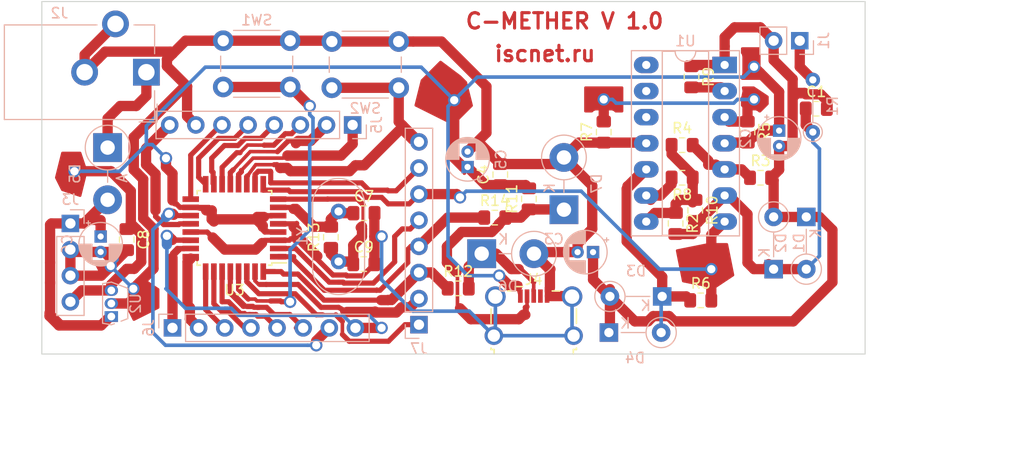
<source format=kicad_pcb>
(kicad_pcb (version 20171130) (host pcbnew 5.0.1)
  (layers (0 F.Cu signal) (31 B.Cu signal) (34 B.Paste user) (35 F.Paste user) (36 B.SilkS user) (37 F.SilkS user) (38 B.Mask user) (39 F.Mask user) (44 Edge.Cuts user))
  (net 0 "")
  (net 1 MID)
  (net 2 "Net-(C1-Pad1)")
  (net 3 +5V)
  (net 4 "Net-(D3-Pad1)")
  (net 5 "Net-(J1-Pad1)")
  (net 6 "Net-(R10-Pad1)")
  (net 7 "Net-(R3-Pad1)")
  (net 8 "Net-(R5-Pad1)")
  (net 9 "Net-(R8-Pad2)")
  (net 10 "Net-(R9-Pad2)")
  (net 11 GND)
  (net 12 VIN)
  (net 13 "Net-(C7-Pad1)")
  (net 14 "Net-(C9-Pad1)")
  (net 15 "Net-(D5-Pad1)")
  (net 16 "Net-(D6-Pad1)")
  (net 17 "Net-(D7-Pad1)")
  (net 18 "Net-(J5-Pad1)")
  (net 19 "Net-(J5-Pad2)")
  (net 20 "Net-(J5-Pad3)")
  (net 21 "Net-(J5-Pad4)")
  (net 22 "Net-(J5-Pad5)")
  (net 23 "Net-(J5-Pad6)")
  (net 24 AREF)
  (net 25 ADC7)
  (net 26 ADC6)
  (net 27 PC5)
  (net 28 PC4)
  (net 29 PC3)
  (net 30 PC2)
  (net 31 PC1)
  (net 32 PC0)
  (net 33 PD0)
  (net 34 PD1)
  (net 35 D+)
  (net 36 D-)
  (net 37 PD4)
  (net 38 CNT)
  (net 39 PD6)
  (net 40 PD7)
  (net 41 "Net-(SW1-Pad2)")
  (module Connector_PinHeader_2.54mm:PinHeader_1x08_P2.54mm_Vertical (layer B.Cu) (at 49.2572 41.2163 90)
    (fp_text reference J5 (at 0 2.33 90) (layer B.SilkS) (effects (justify mirror)))
    (fp_text value PB)
    (pad 1 thru_hole rect (at 0 0 90) (size 1.7 1.7) (drill 1) (layers *.Cu *.Mask) (net 18 "Net-(J5-Pad1)"))
    (pad 2 thru_hole oval (at 0 -2.54 90) (size 1.7 1.7) (drill 1) (layers *.Cu *.Mask) (net 19 "Net-(J5-Pad2)"))
    (pad 3 thru_hole oval (at 0 -5.08 90) (size 1.7 1.7) (drill 1) (layers *.Cu *.Mask) (net 20 "Net-(J5-Pad3)"))
    (pad 4 thru_hole oval (at 0 -7.62 90) (size 1.7 1.7) (drill 1) (layers *.Cu *.Mask) (net 21 "Net-(J5-Pad4)"))
    (pad 5 thru_hole oval (at 0 -10.16 90) (size 1.7 1.7) (drill 1) (layers *.Cu *.Mask) (net 22 "Net-(J5-Pad5)"))
    (pad 6 thru_hole oval (at 0 -12.7 90) (size 1.7 1.7) (drill 1) (layers *.Cu *.Mask) (net 23 "Net-(J5-Pad6)"))
    (pad 7 thru_hole oval (at 0 -15.24 90) (size 1.7 1.7) (drill 1) (layers *.Cu *.Mask) (net 11 GND))
    (pad 8 thru_hole oval (at 0 -17.78 90) (size 1.7 1.7) (drill 1) (layers *.Cu *.Mask) (net 24 AREF))
  )
  (module Connector_PinHeader_2.54mm:PinHeader_1x08_P2.54mm_Vertical (layer B.Cu) (at 55.7026 60.6467)
    (fp_text reference J7 (at 0 2.33) (layer B.SilkS) (effects (justify mirror)))
    (fp_text value PD)
    (pad 1 thru_hole rect (at 0 0) (size 1.7 1.7) (drill 1) (layers *.Cu *.Mask) (net 33 PD0))
    (pad 2 thru_hole oval (at 0 -2.54) (size 1.7 1.7) (drill 1) (layers *.Cu *.Mask) (net 34 PD1))
    (pad 3 thru_hole oval (at 0 -5.08) (size 1.7 1.7) (drill 1) (layers *.Cu *.Mask) (net 35 D+))
    (pad 4 thru_hole oval (at 0 -7.62) (size 1.7 1.7) (drill 1) (layers *.Cu *.Mask) (net 36 D-))
    (pad 5 thru_hole oval (at 0 -10.16) (size 1.7 1.7) (drill 1) (layers *.Cu *.Mask) (net 37 PD4))
    (pad 6 thru_hole oval (at 0 -12.7) (size 1.7 1.7) (drill 1) (layers *.Cu *.Mask) (net 38 CNT))
    (pad 7 thru_hole oval (at 0 -15.24) (size 1.7 1.7) (drill 1) (layers *.Cu *.Mask) (net 39 PD6))
    (pad 8 thru_hole oval (at 0 -17.78) (size 1.7 1.7) (drill 1) (layers *.Cu *.Mask) (net 40 PD7))
  )
  (module Capacitor_SMD:C_0805_2012Metric_Pad1.15x1.40mm_HandSolder (layer F.Cu) (at 27.305 52.3703 270)
    (fp_text reference C8 (at 0 -1.65 270) (layer F.SilkS))
    (fp_text value 100n)
    (pad 1 smd roundrect (at -1.025 0 270) (size 1.15 1.4) (layers F.Cu F.Paste F.Mask) (roundrect_rratio 0.217391) (net 3 +5V))
    (pad 2 smd roundrect (at 1.025 0 270) (size 1.15 1.4) (layers F.Cu F.Paste F.Mask) (roundrect_rratio 0.217391) (net 11 GND))
  )
  (module Capacitor_THT:CP_Radial_D4.0mm_P1.50mm (layer B.Cu) (at 90.7016 41.7712 270)
    (fp_text reference C2 (at 0.75 3.25 270) (layer B.SilkS) (effects (justify mirror)))
    (fp_text value "220u 6.3V")
    (pad 2 thru_hole circle (at 1.5 0 270) (size 1.2 1.2) (drill 0.6) (layers *.Cu *.Mask) (net 1 MID))
    (pad 1 thru_hole rect (at 0 0 270) (size 1.2 1.2) (drill 0.6) (layers *.Cu *.Mask) (net 3 +5V))
  )
  (module Capacitor_THT:CP_Radial_D4.0mm_P1.50mm (layer B.Cu) (at 72.6198 53.5897 180)
    (fp_text reference C3 (at 3.81 1.27 180) (layer B.SilkS) (effects (justify mirror)))
    (fp_text value "220u 6.3V")
    (pad 1 thru_hole rect (at 0 0 180) (size 1.2 1.2) (drill 0.6) (layers *.Cu *.Mask) (net 1 MID))
    (pad 2 thru_hole circle (at 1.5 0 180) (size 1.2 1.2) (drill 0.6) (layers *.Cu *.Mask) (net 11 GND))
  )
  (module Diode_THT:D_A-405_P5.08mm_Vertical_KathodeUp (layer B.Cu) (at 90.17 55.245 90)
    (fp_text reference D1 (at 2.54 2.47 90) (layer B.SilkS) (effects (justify mirror)))
    (fp_text value HER105)
    (fp_text user K (at 1.6 -0.9 90) (layer B.SilkS) (effects (justify mirror)))
    (pad 1 thru_hole rect (at 0 0 90) (size 1.8 1.8) (drill 0.9) (layers *.Cu *.Mask) (net 2 "Net-(C1-Pad1)"))
    (pad 2 thru_hole oval (at 5.08 0 90) (size 1.8 1.8) (drill 0.9) (layers *.Cu *.Mask) (net 1 MID))
  )
  (module Diode_THT:D_A-405_P5.08mm_Vertical_KathodeUp (layer B.Cu) (at 93.345 50.165 270)
    (fp_text reference D2 (at 2.54 2.47 270) (layer B.SilkS) (effects (justify mirror)))
    (fp_text value HER105)
    (fp_text user K (at 1.6 -0.9 270) (layer B.SilkS) (effects (justify mirror)))
    (pad 2 thru_hole oval (at 5.08 0 270) (size 1.8 1.8) (drill 0.9) (layers *.Cu *.Mask) (net 2 "Net-(C1-Pad1)"))
    (pad 1 thru_hole rect (at 0 0 270) (size 1.8 1.8) (drill 0.9) (layers *.Cu *.Mask) (net 1 MID))
  )
  (module Diode_THT:D_A-405_P5.08mm_Vertical_KathodeUp (layer B.Cu) (at 79.34 57.9 180)
    (fp_text reference D3 (at 2.54 2.47 180) (layer B.SilkS) (effects (justify mirror)))
    (fp_text value 4148)
    (fp_text user K (at 1.6 -0.9 180) (layer B.SilkS) (effects (justify mirror)))
    (pad 1 thru_hole rect (at 0 0 180) (size 1.8 1.8) (drill 0.9) (layers *.Cu *.Mask) (net 4 "Net-(D3-Pad1)"))
    (pad 2 thru_hole oval (at 5.08 0 180) (size 1.8 1.8) (drill 0.9) (layers *.Cu *.Mask) (net 1 MID))
  )
  (module Diode_THT:D_A-405_P5.08mm_Vertical_KathodeUp (layer B.Cu) (at 74.1599 61.4137)
    (fp_text reference D4 (at 2.54 2.47) (layer B.SilkS) (effects (justify mirror)))
    (fp_text value 4148)
    (fp_text user K (at 1.6 -0.9) (layer B.SilkS) (effects (justify mirror)))
    (pad 2 thru_hole oval (at 5.08 0) (size 1.8 1.8) (drill 0.9) (layers *.Cu *.Mask) (net 4 "Net-(D3-Pad1)"))
    (pad 1 thru_hole rect (at 0 0) (size 1.8 1.8) (drill 0.9) (layers *.Cu *.Mask) (net 1 MID))
  )
  (module Connector_PinHeader_2.54mm:PinHeader_1x02_P2.54mm_Vertical (layer B.Cu) (at 92.71 33.02 90)
    (fp_text reference J1 (at 0 2.33 90) (layer B.SilkS) (effects (justify mirror)))
    (fp_text value IN)
    (pad 1 thru_hole rect (at 0 0 90) (size 1.7 1.7) (drill 1) (layers *.Cu *.Mask) (net 5 "Net-(J1-Pad1)"))
    (pad 2 thru_hole oval (at 0 -2.54 90) (size 1.7 1.7) (drill 1) (layers *.Cu *.Mask) (net 1 MID))
  )
  (module Package_DIP:DIP-14_W7.62mm_Socket_LongPads (layer B.Cu) (at 85.41 35.38 180)
    (fp_text reference U1 (at 3.81 2.33 180) (layer B.SilkS) (effects (justify mirror)))
    (fp_text value LM324)
    (pad 1 thru_hole rect (at 0 0 180) (size 2.4 1.6) (drill 0.8) (layers *.Cu *.Mask) (net 1 MID))
    (pad 8 thru_hole oval (at 7.62 -15.24 180) (size 2.4 1.6) (drill 0.8) (layers *.Cu *.Mask) (net 6 "Net-(R10-Pad1)"))
    (pad 2 thru_hole oval (at 0 -2.54 180) (size 2.4 1.6) (drill 0.8) (layers *.Cu *.Mask) (net 10 "Net-(R9-Pad2)"))
    (pad 9 thru_hole oval (at 7.62 -12.7 180) (size 2.4 1.6) (drill 0.8) (layers *.Cu *.Mask) (net 9 "Net-(R8-Pad2)"))
    (pad 3 thru_hole oval (at 0 -5.08 180) (size 2.4 1.6) (drill 0.8) (layers *.Cu *.Mask) (net 8 "Net-(R5-Pad1)"))
    (pad 10 thru_hole oval (at 7.62 -10.16 180) (size 2.4 1.6) (drill 0.8) (layers *.Cu *.Mask) (net 4 "Net-(D3-Pad1)"))
    (pad 4 thru_hole oval (at 0 -7.62 180) (size 2.4 1.6) (drill 0.8) (layers *.Cu *.Mask) (net 3 +5V))
    (pad 11 thru_hole oval (at 7.62 -7.62 180) (size 2.4 1.6) (drill 0.8) (layers *.Cu *.Mask) (net 11 GND))
    (pad 5 thru_hole oval (at 0 -10.16 180) (size 2.4 1.6) (drill 0.8) (layers *.Cu *.Mask) (net 7 "Net-(R3-Pad1)"))
    (pad 12 thru_hole oval (at 7.62 -5.08 180) (size 2.4 1.6) (drill 0.8) (layers *.Cu *.Mask))
    (pad 6 thru_hole oval (at 0 -12.7 180) (size 2.4 1.6) (drill 0.8) (layers *.Cu *.Mask) (net 2 "Net-(C1-Pad1)"))
    (pad 13 thru_hole oval (at 7.62 -2.54 180) (size 2.4 1.6) (drill 0.8) (layers *.Cu *.Mask))
    (pad 7 thru_hole oval (at 0 -15.24 180) (size 2.4 1.6) (drill 0.8) (layers *.Cu *.Mask) (net 38 CNT))
    (pad 14 thru_hole oval (at 7.62 0 180) (size 2.4 1.6) (drill 0.8) (layers *.Cu *.Mask))
  )
  (module Resistor_SMD:R_0805_2012Metric_Pad1.15x1.40mm_HandSolder (layer F.Cu) (at 80.645 50.8 270)
    (fp_text reference R2 (at 0 -1.65 270) (layer F.SilkS))
    (fp_text value 3K3)
    (pad 1 smd roundrect (at -1.025 0 270) (size 1.15 1.4) (layers F.Cu F.Paste F.Mask) (roundrect_rratio 0.217391) (net 6 "Net-(R10-Pad1)"))
    (pad 2 smd roundrect (at 1.025 0 270) (size 1.15 1.4) (layers F.Cu F.Paste F.Mask) (roundrect_rratio 0.217391) (net 2 "Net-(C1-Pad1)"))
  )
  (module Resistor_SMD:R_0805_2012Metric_Pad1.15x1.40mm_HandSolder (layer F.Cu) (at 88.9 46.355)
    (fp_text reference R3 (at 0 -1.65) (layer F.SilkS))
    (fp_text value 11K)
    (pad 2 smd roundrect (at 1.025 0) (size 1.15 1.4) (layers F.Cu F.Paste F.Mask) (roundrect_rratio 0.217391) (net 1 MID))
    (pad 1 smd roundrect (at -1.025 0) (size 1.15 1.4) (layers F.Cu F.Paste F.Mask) (roundrect_rratio 0.217391) (net 7 "Net-(R3-Pad1)"))
  )
  (module Resistor_SMD:R_0805_2012Metric_Pad1.15x1.40mm_HandSolder (layer F.Cu) (at 81.28 43.18)
    (fp_text reference R4 (at 0 -1.65) (layer F.SilkS))
    (fp_text value 100K)
    (pad 1 smd roundrect (at -1.025 0) (size 1.15 1.4) (layers F.Cu F.Paste F.Mask) (roundrect_rratio 0.217391) (net 6 "Net-(R10-Pad1)"))
    (pad 2 smd roundrect (at 1.025 0) (size 1.15 1.4) (layers F.Cu F.Paste F.Mask) (roundrect_rratio 0.217391) (net 7 "Net-(R3-Pad1)"))
  )
  (module Resistor_SMD:R_0805_2012Metric_Pad1.15x1.40mm_HandSolder (layer F.Cu) (at 87.63 41.91 270)
    (fp_text reference R5 (at 0 -1.65 270) (layer F.SilkS))
    (fp_text value 100K)
    (pad 2 smd roundrect (at 1.025 0 270) (size 1.15 1.4) (layers F.Cu F.Paste F.Mask) (roundrect_rratio 0.217391) (net 3 +5V))
    (pad 1 smd roundrect (at -1.025 0 270) (size 1.15 1.4) (layers F.Cu F.Paste F.Mask) (roundrect_rratio 0.217391) (net 8 "Net-(R5-Pad1)"))
  )
  (module Resistor_SMD:R_0805_2012Metric_Pad1.15x1.40mm_HandSolder (layer F.Cu) (at 83.087 58.2823)
    (fp_text reference R6 (at 0 -1.65) (layer F.SilkS))
    (fp_text value 10K)
    (pad 1 smd roundrect (at -1.025 0) (size 1.15 1.4) (layers F.Cu F.Paste F.Mask) (roundrect_rratio 0.217391) (net 4 "Net-(D3-Pad1)"))
    (pad 2 smd roundrect (at 1.025 0) (size 1.15 1.4) (layers F.Cu F.Paste F.Mask) (roundrect_rratio 0.217391) (net 38 CNT))
  )
  (module Resistor_SMD:R_0805_2012Metric_Pad1.15x1.40mm_HandSolder (layer F.Cu) (at 73.66 41.91 90)
    (fp_text reference R7 (at 0 -1.65 90) (layer F.SilkS))
    (fp_text value 100K)
    (pad 1 smd roundrect (at -1.025 0 90) (size 1.15 1.4) (layers F.Cu F.Paste F.Mask) (roundrect_rratio 0.217391) (net 11 GND))
    (pad 2 smd roundrect (at 1.025 0 90) (size 1.15 1.4) (layers F.Cu F.Paste F.Mask) (roundrect_rratio 0.217391) (net 8 "Net-(R5-Pad1)"))
  )
  (module Resistor_SMD:R_0805_2012Metric_Pad1.15x1.40mm_HandSolder (layer F.Cu) (at 81.28 46.355 180)
    (fp_text reference R8 (at 0 -1.65 180) (layer F.SilkS))
    (fp_text value 4K7)
    (pad 2 smd roundrect (at 1.025 0 180) (size 1.15 1.4) (layers F.Cu F.Paste F.Mask) (roundrect_rratio 0.217391) (net 9 "Net-(R8-Pad2)"))
    (pad 1 smd roundrect (at -1.025 0 180) (size 1.15 1.4) (layers F.Cu F.Paste F.Mask) (roundrect_rratio 0.217391) (net 6 "Net-(R10-Pad1)"))
  )
  (module Resistor_SMD:R_0805_2012Metric_Pad1.15x1.40mm_HandSolder (layer F.Cu) (at 82.1911 36.5348 270)
    (fp_text reference R9 (at 0 -1.65 270) (layer F.SilkS))
    (fp_text value 4K7)
    (pad 1 smd roundrect (at -1.025 0 270) (size 1.15 1.4) (layers F.Cu F.Paste F.Mask) (roundrect_rratio 0.217391) (net 1 MID))
    (pad 2 smd roundrect (at 1.025 0 270) (size 1.15 1.4) (layers F.Cu F.Paste F.Mask) (roundrect_rratio 0.217391) (net 10 "Net-(R9-Pad2)"))
  )
  (module Resistor_SMD:R_0805_2012Metric_Pad1.15x1.40mm_HandSolder (layer F.Cu) (at 82.55 49.53 270)
    (fp_text reference R10 (at 0 -1.65 270) (layer F.SilkS))
    (fp_text value 1K0)
    (pad 2 smd roundrect (at 1.025 0 270) (size 1.15 1.4) (layers F.Cu F.Paste F.Mask) (roundrect_rratio 0.217391) (net 2 "Net-(C1-Pad1)"))
    (pad 1 smd roundrect (at -1.025 0 270) (size 1.15 1.4) (layers F.Cu F.Paste F.Mask) (roundrect_rratio 0.217391) (net 6 "Net-(R10-Pad1)"))
  )
  (module Capacitor_SMD:C_0805_2012Metric_Pad1.15x1.40mm_HandSolder (layer F.Cu) (at 94.3168 39.6375)
    (fp_text reference C1 (at 0 -1.65) (layer F.SilkS))
    (fp_text value 22n)
    (pad 1 smd roundrect (at -1.025 0) (size 1.15 1.4) (layers F.Cu F.Paste F.Mask) (roundrect_rratio 0.217391) (net 2 "Net-(C1-Pad1)"))
    (pad 2 smd roundrect (at 1.025 0) (size 1.15 1.4) (layers F.Cu F.Paste F.Mask) (roundrect_rratio 0.217391) (net 1 MID))
  )
  (module Resistor_THT:R_Axial_DIN0204_L3.6mm_D1.6mm_P5.08mm_Vertical (layer B.Cu) (at 93.98 41.91 90)
    (fp_text reference R1 (at 2.54 1.92 90) (layer B.SilkS) (effects (justify mirror)))
    (fp_text value "0.33 0.5W")
    (pad 1 thru_hole circle (at 0 0 90) (size 1.4 1.4) (drill 0.7) (layers *.Cu *.Mask) (net 2 "Net-(C1-Pad1)"))
    (pad 2 thru_hole oval (at 5.08 0 90) (size 1.4 1.4) (drill 0.7) (layers *.Cu *.Mask) (net 5 "Net-(J1-Pad1)"))
  )
  (module Capacitor_SMD:C_0805_2012Metric_Pad1.15x1.40mm_HandSolder (layer F.Cu) (at 63.6044 46.0436 90)
    (fp_text reference C4 (at 0 -1.65 90) (layer F.SilkS))
    (fp_text value 100n)
    (pad 1 smd roundrect (at -1.025 0 90) (size 1.15 1.4) (layers F.Cu F.Paste F.Mask) (roundrect_rratio 0.217391) (net 3 +5V))
    (pad 2 smd roundrect (at 1.025 0 90) (size 1.15 1.4) (layers F.Cu F.Paste F.Mask) (roundrect_rratio 0.217391) (net 11 GND))
  )
  (module Capacitor_THT:CP_Radial_D4.0mm_P1.50mm (layer B.Cu) (at 60.4268 45.3093 90)
    (fp_text reference C5 (at 0.75 3.25 90) (layer B.SilkS) (effects (justify mirror)))
    (fp_text value "4u7 6.3V")
    (pad 2 thru_hole circle (at 1.5 0 90) (size 1.2 1.2) (drill 0.6) (layers *.Cu *.Mask) (net 11 GND))
    (pad 1 thru_hole rect (at 0 0 90) (size 1.2 1.2) (drill 0.6) (layers *.Cu *.Mask) (net 3 +5V))
  )
  (module Capacitor_THT:CP_Radial_D4.0mm_P1.50mm (layer B.Cu) (at 24.765 52.07 270)
    (fp_text reference C6 (at 0.75 3.25 270) (layer B.SilkS) (effects (justify mirror)))
    (fp_text value "4u7 6.3V")
    (pad 1 thru_hole rect (at 0 0 270) (size 1.2 1.2) (drill 0.6) (layers *.Cu *.Mask) (net 12 VIN))
    (pad 2 thru_hole circle (at 1.5 0 270) (size 1.2 1.2) (drill 0.6) (layers *.Cu *.Mask) (net 11 GND))
  )
  (module Capacitor_SMD:C_0805_2012Metric_Pad1.15x1.40mm_HandSolder (layer F.Cu) (at 50.3594 49.8018)
    (fp_text reference C7 (at 0 -1.65) (layer F.SilkS))
    (fp_text value 22p)
    (pad 2 smd roundrect (at 1.025 0) (size 1.15 1.4) (layers F.Cu F.Paste F.Mask) (roundrect_rratio 0.217391) (net 11 GND))
    (pad 1 smd roundrect (at -1.025 0) (size 1.15 1.4) (layers F.Cu F.Paste F.Mask) (roundrect_rratio 0.217391) (net 13 "Net-(C7-Pad1)"))
  )
  (module Capacitor_SMD:C_0805_2012Metric_Pad1.15x1.40mm_HandSolder (layer F.Cu) (at 50.3409 54.7494)
    (fp_text reference C9 (at 0 -1.65) (layer F.SilkS))
    (fp_text value 22p)
    (pad 1 smd roundrect (at -1.025 0) (size 1.15 1.4) (layers F.Cu F.Paste F.Mask) (roundrect_rratio 0.217391) (net 14 "Net-(C9-Pad1)"))
    (pad 2 smd roundrect (at 1.025 0) (size 1.15 1.4) (layers F.Cu F.Paste F.Mask) (roundrect_rratio 0.217391) (net 11 GND))
  )
  (module Diode_THT:D_5W_P5.08mm_Vertical_AnodeUp (layer B.Cu) (at 25.4432 43.4183 270)
    (fp_text reference D5 (at 2.54 3.174899 270) (layer B.SilkS) (effects (justify mirror)))
    (fp_text value M7)
    (fp_text user A (at 2.98 -1.4 270) (layer B.SilkS) (effects (justify mirror)))
    (pad 1 thru_hole rect (at 0 0 270) (size 2.8 2.8) (drill 1.4) (layers *.Cu *.Mask) (net 15 "Net-(D5-Pad1)"))
    (pad 2 thru_hole oval (at 5.08 0 270) (size 2.8 2.8) (drill 1.4) (layers *.Cu *.Mask) (net 12 VIN))
  )
  (module Connector_BarrelJack:BarrelJack_CUI_PJ-102AH_Horizontal (layer B.Cu) (at 29.21 36.0849 90)
    (fp_text reference J2 (at 5.75 -8.45) (layer B.SilkS) (effects (justify mirror)))
    (fp_text value Barrel_Jack_Switch)
    (pad 1 thru_hole rect (at 0 0 90) (size 2.6 2.6) (drill 1.6) (layers *.Cu *.Mask) (net 15 "Net-(D5-Pad1)"))
    (pad 2 thru_hole circle (at 0 -6 90) (size 2.6 2.6) (drill 1.6) (layers *.Cu *.Mask) (net 11 GND))
    (pad 3 thru_hole circle (at 4.7 -3 90) (size 2.6 2.6) (drill 1.6) (layers *.Cu *.Mask) (net 11 GND))
  )
  (module Connector_PinHeader_2.54mm:PinHeader_1x04_P2.54mm_Vertical (layer B.Cu) (at 21.8267 50.8 180)
    (fp_text reference J3 (at 0 2.33 180) (layer B.SilkS) (effects (justify mirror)))
    (fp_text value Conn_01x04)
    (pad 1 thru_hole rect (at 0 0 180) (size 1.7 1.7) (drill 1) (layers *.Cu *.Mask) (net 12 VIN))
    (pad 2 thru_hole oval (at 0 -2.54 180) (size 1.7 1.7) (drill 1) (layers *.Cu *.Mask) (net 11 GND))
    (pad 3 thru_hole oval (at 0 -5.08 180) (size 1.7 1.7) (drill 1) (layers *.Cu *.Mask) (net 11 GND))
    (pad 4 thru_hole oval (at 0 -7.62 180) (size 1.7 1.7) (drill 1) (layers *.Cu *.Mask) (net 3 +5V))
  )
  (module Connector_USB:USB_Micro-B_Wuerth_629105150521_CircularHoles (layer F.Cu) (at 66.8546 59.7665)
    (fp_text reference J4 (at 0 -3.5) (layer F.SilkS))
    (fp_text value USB_B_Mini)
    (pad 1 smd rect (at -1.3 -1.9) (size 0.45 1.3) (layers F.Cu F.Paste F.Mask) (net 3 +5V))
    (pad 2 smd rect (at -0.65 -1.9) (size 0.45 1.3) (layers F.Cu F.Paste F.Mask) (net 17 "Net-(D7-Pad1)"))
    (pad 3 smd rect (at 0 -1.9) (size 0.45 1.3) (layers F.Cu F.Paste F.Mask) (net 16 "Net-(D6-Pad1)"))
    (pad 4 smd rect (at 0.65 -1.9) (size 0.45 1.3) (layers F.Cu F.Paste F.Mask))
    (pad 5 smd rect (at 1.3 -1.9) (size 0.45 1.3) (layers F.Cu F.Paste F.Mask) (net 11 GND))
    (pad 6 thru_hole circle (at -3.725 -1.85) (size 2 2) (drill 1.4) (layers *.Cu *.Mask) (net 11 GND))
    (pad 6 thru_hole circle (at 3.725 -1.85) (size 2 2) (drill 1.4) (layers *.Cu *.Mask) (net 11 GND))
    (pad 6 thru_hole circle (at -3.875 1.95) (size 1.8 1.8) (drill 1.2) (layers *.Cu *.Mask) (net 11 GND))
    (pad 6 thru_hole circle (at 3.875 1.95) (size 1.8 1.8) (drill 1.2) (layers *.Cu *.Mask) (net 11 GND))
    (pad "" np_thru_hole circle (at -2.5 -0.8) (size 0.8 0.8) (drill 0.8) (layers *.Cu *.Mask))
    (pad "" np_thru_hole circle (at 2.5 -0.8) (size 0.8 0.8) (drill 0.8) (layers *.Cu *.Mask))
  )
  (module Connector_PinHeader_2.54mm:PinHeader_1x08_P2.54mm_Vertical (layer B.Cu) (at 31.75 60.96 270)
    (fp_text reference J6 (at 0 2.33 270) (layer B.SilkS) (effects (justify mirror)))
    (fp_text value PC)
    (pad 8 thru_hole oval (at 0 -17.78 270) (size 1.7 1.7) (drill 1) (layers *.Cu *.Mask) (net 25 ADC7))
    (pad 7 thru_hole oval (at 0 -15.24 270) (size 1.7 1.7) (drill 1) (layers *.Cu *.Mask) (net 26 ADC6))
    (pad 6 thru_hole oval (at 0 -12.7 270) (size 1.7 1.7) (drill 1) (layers *.Cu *.Mask) (net 27 PC5))
    (pad 5 thru_hole oval (at 0 -10.16 270) (size 1.7 1.7) (drill 1) (layers *.Cu *.Mask) (net 28 PC4))
    (pad 4 thru_hole oval (at 0 -7.62 270) (size 1.7 1.7) (drill 1) (layers *.Cu *.Mask) (net 29 PC3))
    (pad 3 thru_hole oval (at 0 -5.08 270) (size 1.7 1.7) (drill 1) (layers *.Cu *.Mask) (net 30 PC2))
    (pad 2 thru_hole oval (at 0 -2.54 270) (size 1.7 1.7) (drill 1) (layers *.Cu *.Mask) (net 31 PC1))
    (pad 1 thru_hole rect (at 0 0 270) (size 1.7 1.7) (drill 1) (layers *.Cu *.Mask) (net 32 PC0))
  )
  (module Resistor_SMD:R_0805_2012Metric_Pad1.15x1.40mm_HandSolder (layer F.Cu) (at 66.3861 48.409 90)
    (fp_text reference R11 (at 0 -1.65 90) (layer F.SilkS))
    (fp_text value 1k5)
    (pad 1 smd roundrect (at -1.025 0 90) (size 1.15 1.4) (layers F.Cu F.Paste F.Mask) (roundrect_rratio 0.217391) (net 17 "Net-(D7-Pad1)"))
    (pad 2 smd roundrect (at 1.025 0 90) (size 1.15 1.4) (layers F.Cu F.Paste F.Mask) (roundrect_rratio 0.217391) (net 3 +5V))
  )
  (module Resistor_SMD:R_0805_2012Metric_Pad1.15x1.40mm_HandSolder (layer F.Cu) (at 59.5166 57.1145)
    (fp_text reference R12 (at 0 -1.65) (layer F.SilkS))
    (fp_text value 68R)
    (pad 2 smd roundrect (at 1.025 0) (size 1.15 1.4) (layers F.Cu F.Paste F.Mask) (roundrect_rratio 0.217391) (net 16 "Net-(D6-Pad1)"))
    (pad 1 smd roundrect (at -1.025 0) (size 1.15 1.4) (layers F.Cu F.Paste F.Mask) (roundrect_rratio 0.217391) (net 35 D+))
  )
  (module Resistor_SMD:R_0805_2012Metric_Pad1.15x1.40mm_HandSolder (layer F.Cu) (at 47.141 52.1463 90)
    (fp_text reference R13 (at 0 -1.65 90) (layer F.SilkS))
    (fp_text value 1M)
    (pad 2 smd roundrect (at 1.025 0 90) (size 1.15 1.4) (layers F.Cu F.Paste F.Mask) (roundrect_rratio 0.217391) (net 13 "Net-(C7-Pad1)"))
    (pad 1 smd roundrect (at -1.025 0 90) (size 1.15 1.4) (layers F.Cu F.Paste F.Mask) (roundrect_rratio 0.217391) (net 14 "Net-(C9-Pad1)"))
  )
  (module Resistor_SMD:R_0805_2012Metric_Pad1.15x1.40mm_HandSolder (layer F.Cu) (at 63.0701 50.2282)
    (fp_text reference R14 (at 0 -1.65) (layer F.SilkS))
    (fp_text value 68R)
    (pad 1 smd roundrect (at -1.025 0) (size 1.15 1.4) (layers F.Cu F.Paste F.Mask) (roundrect_rratio 0.217391) (net 36 D-))
    (pad 2 smd roundrect (at 1.025 0) (size 1.15 1.4) (layers F.Cu F.Paste F.Mask) (roundrect_rratio 0.217391) (net 17 "Net-(D7-Pad1)"))
  )
  (module Package_TO_SOT_THT:TO-92S (layer B.Cu) (at 25.8047 59.8562 90)
    (fp_text reference U2 (at 1.27 2.35 90) (layer B.SilkS) (effects (justify mirror)))
    (fp_text value L7805)
    (pad 2 thru_hole oval (at 1.27 0 270) (size 1.05 1.3) (drill 0.75) (layers *.Cu *.Mask) (net 11 GND))
    (pad 3 thru_hole oval (at 2.54 0 270) (size 1.05 1.3) (drill 0.75) (layers *.Cu *.Mask) (net 3 +5V))
    (pad 1 thru_hole rect (at 0 0 270) (size 1.05 1.3) (drill 0.75) (layers *.Cu *.Mask) (net 12 VIN))
  )
  (module Package_QFP:TQFP-32_7x7mm_P0.8mm (layer F.Cu) (at 37.7701 51.2352 180)
    (fp_text reference U3 (at 0 -6.05 180) (layer F.SilkS))
    (fp_text value ATmega8-16AU)
    (pad 1 smd rect (at -4.25 -2.8 180) (size 1.6 0.55) (layers F.Cu F.Paste F.Mask) (net 36 D-))
    (pad 2 smd rect (at -4.25 -2 180) (size 1.6 0.55) (layers F.Cu F.Paste F.Mask) (net 37 PD4))
    (pad 3 smd rect (at -4.25 -1.2 180) (size 1.6 0.55) (layers F.Cu F.Paste F.Mask) (net 11 GND))
    (pad 4 smd rect (at -4.25 -0.4 180) (size 1.6 0.55) (layers F.Cu F.Paste F.Mask) (net 3 +5V))
    (pad 5 smd rect (at -4.25 0.4 180) (size 1.6 0.55) (layers F.Cu F.Paste F.Mask) (net 11 GND))
    (pad 6 smd rect (at -4.25 1.2 180) (size 1.6 0.55) (layers F.Cu F.Paste F.Mask) (net 3 +5V))
    (pad 7 smd rect (at -4.25 2 180) (size 1.6 0.55) (layers F.Cu F.Paste F.Mask) (net 13 "Net-(C7-Pad1)"))
    (pad 8 smd rect (at -4.25 2.8 180) (size 1.6 0.55) (layers F.Cu F.Paste F.Mask) (net 14 "Net-(C9-Pad1)"))
    (pad 9 smd rect (at -2.8 4.25 270) (size 1.6 0.55) (layers F.Cu F.Paste F.Mask) (net 38 CNT))
    (pad 10 smd rect (at -2 4.25 270) (size 1.6 0.55) (layers F.Cu F.Paste F.Mask) (net 39 PD6))
    (pad 11 smd rect (at -1.2 4.25 270) (size 1.6 0.55) (layers F.Cu F.Paste F.Mask) (net 40 PD7))
    (pad 12 smd rect (at -0.4 4.25 270) (size 1.6 0.55) (layers F.Cu F.Paste F.Mask) (net 18 "Net-(J5-Pad1)"))
    (pad 13 smd rect (at 0.4 4.25 270) (size 1.6 0.55) (layers F.Cu F.Paste F.Mask) (net 19 "Net-(J5-Pad2)"))
    (pad 14 smd rect (at 1.2 4.25 270) (size 1.6 0.55) (layers F.Cu F.Paste F.Mask) (net 20 "Net-(J5-Pad3)"))
    (pad 15 smd rect (at 2 4.25 270) (size 1.6 0.55) (layers F.Cu F.Paste F.Mask) (net 21 "Net-(J5-Pad4)"))
    (pad 16 smd rect (at 2.8 4.25 270) (size 1.6 0.55) (layers F.Cu F.Paste F.Mask) (net 22 "Net-(J5-Pad5)"))
    (pad 17 smd rect (at 4.25 2.8 180) (size 1.6 0.55) (layers F.Cu F.Paste F.Mask) (net 23 "Net-(J5-Pad6)"))
    (pad 18 smd rect (at 4.25 2 180) (size 1.6 0.55) (layers F.Cu F.Paste F.Mask) (net 3 +5V))
    (pad 19 smd rect (at 4.25 1.2 180) (size 1.6 0.55) (layers F.Cu F.Paste F.Mask) (net 26 ADC6))
    (pad 20 smd rect (at 4.25 0.4 180) (size 1.6 0.55) (layers F.Cu F.Paste F.Mask) (net 24 AREF))
    (pad 21 smd rect (at 4.25 -0.4 180) (size 1.6 0.55) (layers F.Cu F.Paste F.Mask) (net 11 GND))
    (pad 22 smd rect (at 4.25 -1.2 180) (size 1.6 0.55) (layers F.Cu F.Paste F.Mask) (net 25 ADC7))
    (pad 23 smd rect (at 4.25 -2 180) (size 1.6 0.55) (layers F.Cu F.Paste F.Mask) (net 32 PC0))
    (pad 24 smd rect (at 4.25 -2.8 180) (size 1.6 0.55) (layers F.Cu F.Paste F.Mask) (net 31 PC1))
    (pad 25 smd rect (at 2.8 -4.25 270) (size 1.6 0.55) (layers F.Cu F.Paste F.Mask) (net 30 PC2))
    (pad 26 smd rect (at 2 -4.25 270) (size 1.6 0.55) (layers F.Cu F.Paste F.Mask) (net 29 PC3))
    (pad 27 smd rect (at 1.2 -4.25 270) (size 1.6 0.55) (layers F.Cu F.Paste F.Mask) (net 28 PC4))
    (pad 28 smd rect (at 0.4 -4.25 270) (size 1.6 0.55) (layers F.Cu F.Paste F.Mask) (net 27 PC5))
    (pad 29 smd rect (at -0.4 -4.25 270) (size 1.6 0.55) (layers F.Cu F.Paste F.Mask) (net 41 "Net-(SW1-Pad2)"))
    (pad 30 smd rect (at -1.2 -4.25 270) (size 1.6 0.55) (layers F.Cu F.Paste F.Mask) (net 33 PD0))
    (pad 31 smd rect (at -2 -4.25 270) (size 1.6 0.55) (layers F.Cu F.Paste F.Mask) (net 34 PD1))
    (pad 32 smd rect (at -2.8 -4.25 270) (size 1.6 0.55) (layers F.Cu F.Paste F.Mask) (net 35 D+))
  )
  (module Diode_THT:D_5W_P5.08mm_Vertical_KathodeUp (layer B.Cu) (at 61.7971 53.7412)
    (fp_text reference D6 (at 2.54 3.174899) (layer B.SilkS) (effects (justify mirror)))
    (fp_text value 3v6)
    (fp_text user K (at 2.1 -1.4) (layer B.SilkS) (effects (justify mirror)))
    (pad 2 thru_hole oval (at 5.08 0) (size 2.8 2.8) (drill 1.4) (layers *.Cu *.Mask) (net 11 GND))
    (pad 1 thru_hole rect (at 0 0) (size 2.8 2.8) (drill 1.4) (layers *.Cu *.Mask) (net 16 "Net-(D6-Pad1)"))
  )
  (module Diode_THT:D_5W_P5.08mm_Vertical_KathodeUp (layer B.Cu) (at 69.7907 49.4585 90)
    (fp_text reference D7 (at 2.54 3.174899 90) (layer B.SilkS) (effects (justify mirror)))
    (fp_text value 3v6)
    (fp_text user K (at 2.1 -1.4 90) (layer B.SilkS) (effects (justify mirror)))
    (pad 1 thru_hole rect (at 0 0 90) (size 2.8 2.8) (drill 1.4) (layers *.Cu *.Mask) (net 17 "Net-(D7-Pad1)"))
    (pad 2 thru_hole oval (at 5.08 0 90) (size 2.8 2.8) (drill 1.4) (layers *.Cu *.Mask) (net 11 GND))
  )
  (module Crystal:Crystal_HC49-U_Vertical (layer B.Cu) (at 47.8908 49.626 270)
    (fp_text reference Y1 (at 2.44 3.525 270) (layer B.SilkS) (effects (justify mirror)))
    (fp_text value 16MHz)
    (pad 1 thru_hole circle (at 0 0 270) (size 1.5 1.5) (drill 0.8) (layers *.Cu *.Mask) (net 13 "Net-(C7-Pad1)"))
    (pad 2 thru_hole circle (at 4.88 0 270) (size 1.5 1.5) (drill 0.8) (layers *.Cu *.Mask) (net 14 "Net-(C9-Pad1)"))
  )
  (module Button_Switch_THT:SW_PUSH_6mm (layer B.Cu) (at 43.18 33.02 180)
    (fp_text reference SW1 (at 3.25 2 180) (layer B.SilkS) (effects (justify mirror)))
    (fp_text value SW_Push)
    (pad 1 thru_hole circle (at 6.5 0 90) (size 2 2) (drill 1.1) (layers *.Cu *.Mask) (net 11 GND))
    (pad 2 thru_hole circle (at 6.5 -4.5 90) (size 2 2) (drill 1.1) (layers *.Cu *.Mask) (net 41 "Net-(SW1-Pad2)"))
    (pad 1 thru_hole circle (at 0 0 90) (size 2 2) (drill 1.1) (layers *.Cu *.Mask) (net 11 GND))
    (pad 2 thru_hole circle (at 0 -4.5 90) (size 2 2) (drill 1.1) (layers *.Cu *.Mask) (net 41 "Net-(SW1-Pad2)"))
  )
  (module Button_Switch_THT:SW_PUSH_6mm (layer B.Cu) (at 47.2343 37.6)
    (fp_text reference SW2 (at 3.25 2) (layer B.SilkS) (effects (justify mirror)))
    (fp_text value SW_Push)
    (pad 2 thru_hole circle (at 0 -4.5 270) (size 2 2) (drill 1.1) (layers *.Cu *.Mask) (net 11 GND))
    (pad 1 thru_hole circle (at 0 0 270) (size 2 2) (drill 1.1) (layers *.Cu *.Mask) (net 40 PD7))
    (pad 2 thru_hole circle (at 6.5 -4.5 270) (size 2 2) (drill 1.1) (layers *.Cu *.Mask) (net 11 GND))
    (pad 1 thru_hole circle (at 6.5 0 270) (size 2 2) (drill 1.1) (layers *.Cu *.Mask) (net 40 PD7))
  )
  (gr_text iscnet.ru (at 67.945 34.29) (layer F.Cu) (effects (font (size 1.5 1.5) (thickness 0.3))))
  (gr_text "C-METHER V 1.0" (at 69.85 31.115) (layer F.Cu) (effects (font (size 1.5 1.5) (thickness 0.3))))
  (gr_line (start 19.05 63.5) (end 19.05 29.21) (layer Edge.Cuts) (width 0.1))
  (gr_line (start 99.06 63.5) (end 19.05 63.5) (layer Edge.Cuts) (width 0.1))
  (gr_line (start 99.06 29.21) (end 99.06 63.5) (layer Edge.Cuts) (width 0.1))
  (gr_line (start 19.05 29.21) (end 99.06 29.21) (layer Edge.Cuts) (width 0.1))
  (segment (start 92.653 38.3732) (end 92.7412 38.4614) (width 0.35) (layer F.Cu) (net 1))
  (segment (start 92.7412 38.4614) (end 93.8136 38.4614) (width 0.35) (layer F.Cu) (net 1))
  (segment (start 93.8136 38.4614) (end 93.8155 38.4633) (width 0.35) (layer F.Cu) (net 1))
  (segment (start 93.8155 38.4633) (end 93.8354 38.4633) (width 0.35) (layer F.Cu) (net 1))
  (segment (start 93.8354 38.4633) (end 93.8374 38.4653) (width 0.35) (layer F.Cu) (net 1))
  (segment (start 93.8374 38.4653) (end 93.8572 38.4653) (width 0.35) (layer F.Cu) (net 1))
  (segment (start 93.8572 38.4653) (end 93.8628 38.4709) (width 0.35) (layer F.Cu) (net 1))
  (segment (start 93.8628 38.4709) (end 93.8783 38.4709) (width 0.35) (layer F.Cu) (net 1))
  (segment (start 93.8783 38.4709) (end 93.884 38.4766) (width 0.35) (layer F.Cu) (net 1))
  (segment (start 93.884 38.4766) (end 93.8994 38.4766) (width 0.35) (layer F.Cu) (net 1))
  (segment (start 93.8994 38.4766) (end 93.9086 38.4858) (width 0.35) (layer F.Cu) (net 1))
  (segment (start 93.9086 38.4858) (end 93.9192 38.4858) (width 0.35) (layer F.Cu) (net 1))
  (segment (start 93.9192 38.4858) (end 93.9285 38.4951) (width 0.35) (layer F.Cu) (net 1))
  (segment (start 93.9285 38.4951) (end 93.9391 38.4951) (width 0.35) (layer F.Cu) (net 1))
  (segment (start 93.9391 38.4951) (end 93.9516 38.5076) (width 0.35) (layer F.Cu) (net 1))
  (segment (start 93.9516 38.5076) (end 93.957 38.5076) (width 0.35) (layer F.Cu) (net 1))
  (segment (start 93.957 38.5076) (end 93.9696 38.5202) (width 0.35) (layer F.Cu) (net 1))
  (segment (start 93.9696 38.5202) (end 93.9749 38.5202) (width 0.35) (layer F.Cu) (net 1))
  (segment (start 93.4033 55.4854) (end 93.3308 55.4854) (width 0.35) (layer F.Cu) (net 2))
  (segment (start 93.3308 55.4854) (end 93.1558 55.4854) (width 0.35) (layer F.Cu) (net 2))
  (segment (start 92.653 38.3732) (end 91.7767 39.2495) (width 0.35) (layer F.Cu) (net 1))
  (segment (start 91.7767 39.2495) (end 91.7767 42.568) (width 0.35) (layer F.Cu) (net 1))
  (segment (start 91.7767 42.568) (end 91.6762 42.6685) (width 0.35) (layer F.Cu) (net 1))
  (segment (start 91.6762 42.6685) (end 91.6762 43.2422) (width 0.35) (layer F.Cu) (net 1))
  (segment (start 82.3209 35.38) (end 82.1911 35.5098) (width 1) (layer F.Cu) (net 1))
  (segment (start 85.41 35.38) (end 82.3209 35.38) (width 1) (layer F.Cu) (net 1))
  (segment (start 95.3418 38.8375) (end 95.3418 39.6375) (width 1) (layer F.Cu) (net 1))
  (segment (start 94.74179 38.23749) (end 95.3418 38.8375) (width 1) (layer F.Cu) (net 1))
  (segment (start 93.315488 38.23749) (end 94.74179 38.23749) (width 1) (layer F.Cu) (net 1))
  (segment (start 93.177998 38.1) (end 93.315488 38.23749) (width 1) (layer F.Cu) (net 1))
  (segment (start 92.3798 38.1) (end 93.177998 38.1) (width 1) (layer F.Cu) (net 1))
  (segment (start 92.3798 38.1) (end 92.653 38.3732) (width 0.35) (layer F.Cu) (net 1))
  (segment (start 74.26 57.9) (end 74.26 61.3136) (width 1) (layer F.Cu) (net 1))
  (segment (start 72.6198 56.2598) (end 74.26 57.9) (width 1) (layer F.Cu) (net 1))
  (segment (start 72.6198 53.5897) (end 72.6198 56.2598) (width 1) (layer F.Cu) (net 1))
  (segment (start 91.9655 43.2712) (end 90.7016 43.2712) (width 1) (layer F.Cu) (net 1))
  (segment (start 92.01679 43.32249) (end 91.9655 43.2712) (width 1) (layer F.Cu) (net 1))
  (segment (start 74.26 57.9) (end 74.26 57.185) (width 1) (layer F.Cu) (net 1))
  (segment (start 90.17 33.02) (end 88.869999 31.719999) (width 1) (layer F.Cu) (net 1))
  (segment (start 86.370999 31.719999) (end 85.41 32.680998) (width 1) (layer F.Cu) (net 1))
  (segment (start 85.41 33.58) (end 85.41 35.38) (width 1) (layer F.Cu) (net 1))
  (segment (start 92.01679 36.752788) (end 90.17 34.905998) (width 1) (layer F.Cu) (net 1))
  (segment (start 92.01679 43.32249) (end 92.01679 36.752788) (width 1) (layer F.Cu) (net 1))
  (segment (start 90.17 34.222081) (end 90.17 33.02) (width 1) (layer F.Cu) (net 1))
  (segment (start 88.869999 31.719999) (end 86.370999 31.719999) (width 1) (layer F.Cu) (net 1))
  (segment (start 90.17 34.905998) (end 90.17 34.222081) (width 1) (layer F.Cu) (net 1))
  (segment (start 85.41 32.680998) (end 85.41 33.58) (width 1) (layer F.Cu) (net 1))
  (segment (start 90.7016 45.5784) (end 89.925 46.355) (width 1) (layer F.Cu) (net 1))
  (segment (start 90.7016 43.2712) (end 90.7016 45.5784) (width 1) (layer F.Cu) (net 1))
  (segment (start 93.345 50.165) (end 90.17 50.165) (width 1) (layer F.Cu) (net 1))
  (segment (start 90.17 46.6) (end 89.925 46.355) (width 1) (layer F.Cu) (net 1))
  (segment (start 90.17 50.165) (end 90.17 46.6) (width 1) (layer F.Cu) (net 1))
  (segment (start 94.615 50.165) (end 93.345 50.165) (width 1) (layer F.Cu) (net 1))
  (segment (start 95.885 51.435) (end 94.615 50.165) (width 1) (layer F.Cu) (net 1))
  (segment (start 95.885 56.515) (end 95.885 51.435) (width 1) (layer F.Cu) (net 1))
  (segment (start 92.075 60.325) (end 95.885 56.515) (width 1) (layer F.Cu) (net 1))
  (segment (start 76.685 60.325) (end 77.960598 60.325) (width 1) (layer F.Cu) (net 1))
  (segment (start 77.960598 60.325) (end 78.471899 59.813699) (width 1) (layer F.Cu) (net 1))
  (segment (start 78.471899 59.813699) (end 80.007901 59.813699) (width 1) (layer F.Cu) (net 1))
  (segment (start 80.007901 59.813699) (end 80.519202 60.325) (width 1) (layer F.Cu) (net 1))
  (segment (start 74.26 57.9) (end 76.685 60.325) (width 1) (layer F.Cu) (net 1))
  (segment (start 80.519202 60.325) (end 92.075 60.325) (width 1) (layer F.Cu) (net 1))
  (segment (start 89.6854 54.82742) (end 89.6854 54.7604) (width 1) (layer F.Cu) (net 2))
  (segment (start 85.41 48.08) (end 85.81 48.08) (width 0.35) (layer F.Cu) (net 2))
  (segment (start 93.2918 41.2218) (end 93.98 41.91) (width 1) (layer F.Cu) (net 2))
  (segment (start 93.2918 39.6375) (end 93.2918 41.2218) (width 1) (layer F.Cu) (net 2))
  (segment (start 82.935 50.555) (end 85.41 48.08) (width 1) (layer F.Cu) (net 2))
  (segment (start 82.55 50.555) (end 82.935 50.555) (width 1) (layer F.Cu) (net 2))
  (segment (start 80.645 51.825) (end 82.305 51.825) (width 1) (layer F.Cu) (net 2))
  (segment (start 82.55 51.58) (end 82.55 50.555) (width 1) (layer F.Cu) (net 2))
  (segment (start 82.305 51.825) (end 82.55 51.58) (width 1) (layer F.Cu) (net 2))
  (segment (start 90.17 55.245) (end 93.345 55.245) (width 1) (layer F.Cu) (net 2))
  (segment (start 93.98 42.899949) (end 93.98 41.91) (width 0.35) (layer B.Cu) (net 2))
  (segment (start 94.620001 43.53995) (end 93.98 42.899949) (width 0.35) (layer B.Cu) (net 2))
  (segment (start 94.620001 53.969999) (end 94.620001 43.53995) (width 0.35) (layer B.Cu) (net 2))
  (segment (start 93.345 55.245) (end 94.620001 53.969999) (width 0.35) (layer B.Cu) (net 2))
  (segment (start 88.265 55.245) (end 90.17 55.245) (width 1) (layer F.Cu) (net 2))
  (segment (start 87.63 54.61) (end 88.265 55.245) (width 1) (layer F.Cu) (net 2))
  (segment (start 85.81 48.08) (end 87.63 49.9) (width 1) (layer F.Cu) (net 2))
  (segment (start 87.63 49.9) (end 87.63 54.61) (width 1) (layer F.Cu) (net 2))
  (segment (start 42.0201 50.0352) (end 41.3951 50.1352) (width 0.35) (layer F.Cu) (net 3))
  (segment (start 41.3951 50.1352) (end 41.2201 50.1352) (width 0.35) (layer F.Cu) (net 3))
  (segment (start 41.2201 50.1352) (end 41.0441 50.1352) (width 0.35) (layer F.Cu) (net 3))
  (segment (start 41.0441 50.1352) (end 40.606 50.5733) (width 0.35) (layer F.Cu) (net 3))
  (segment (start 40.606 50.5733) (end 40.606 50.6122) (width 0.35) (layer F.Cu) (net 3))
  (segment (start 62.9099 47.4583) (end 62.9129 47.4583) (width 0.35) (layer F.Cu) (net 3))
  (segment (start 62.9129 47.4583) (end 63.6044 47.0686) (width 0.35) (layer F.Cu) (net 3))
  (segment (start 60.4268 45.3093) (end 60.1117 45.7343) (width 0.35) (layer F.Cu) (net 3))
  (segment (start 60.1117 45.7343) (end 60.1117 45.9093) (width 0.35) (layer F.Cu) (net 3))
  (segment (start 42.0201 51.6352) (end 41.3951 51.5352) (width 0.35) (layer F.Cu) (net 3))
  (segment (start 41.3951 51.5352) (end 41.2201 51.5352) (width 0.35) (layer F.Cu) (net 3))
  (segment (start 41.2201 51.5352) (end 41.0441 51.5352) (width 0.35) (layer F.Cu) (net 3))
  (segment (start 40.606 51.0971) (end 40.606 50.6122) (width 0.35) (layer F.Cu) (net 3))
  (via (at 63.5 55.88) (size 1.2) (layers F.Cu B.Cu) (net 3))
  (via (at 22.225 45.72) (size 1.2) (layers F.Cu B.Cu) (net 3))
  (segment (start 88.561172 42.311628) (end 89.1016 41.7712) (width 1) (layer F.Cu) (net 3))
  (segment (start 88.253372 42.311628) (end 88.561172 42.311628) (width 1) (layer F.Cu) (net 3))
  (segment (start 89.1016 41.7712) (end 90.7016 41.7712) (width 1) (layer F.Cu) (net 3))
  (segment (start 87.63 42.935) (end 88.253372 42.311628) (width 1) (layer F.Cu) (net 3))
  (segment (start 22.9305 57.3162) (end 21.8267 58.42) (width 1) (layer F.Cu) (net 3))
  (segment (start 25.8047 57.3162) (end 22.9305 57.3162) (width 1) (layer F.Cu) (net 3))
  (segment (start 66.0707 47.0686) (end 66.3861 47.384) (width 1) (layer F.Cu) (net 3))
  (segment (start 63.6044 47.0686) (end 66.0707 47.0686) (width 1) (layer F.Cu) (net 3))
  (segment (start 62.1861 47.0686) (end 63.6044 47.0686) (width 1) (layer F.Cu) (net 3))
  (segment (start 60.4268 45.3093) (end 62.1861 47.0686) (width 1) (layer F.Cu) (net 3))
  (segment (start 27.305 51.3453) (end 28.236 51.3453) (width 1) (layer F.Cu) (net 3))
  (segment (start 25.772902 45.72) (end 23.073528 45.72) (width 1) (layer F.Cu) (net 3))
  (segment (start 27.699989 47.647087) (end 25.772902 45.72) (width 1) (layer F.Cu) (net 3))
  (segment (start 23.073528 45.72) (end 22.225 45.72) (width 1) (layer F.Cu) (net 3))
  (segment (start 28.236 51.3453) (end 27.699989 50.809289) (width 1) (layer F.Cu) (net 3))
  (segment (start 27.699989 50.809289) (end 27.699989 47.647087) (width 1) (layer F.Cu) (net 3))
  (segment (start 27.315998 55.214998) (end 28.030902 55.214998) (width 1) (layer F.Cu) (net 3))
  (segment (start 28.030902 55.214998) (end 28.70501 54.54089) (width 1) (layer F.Cu) (net 3))
  (segment (start 25.8047 57.3162) (end 25.8047 56.726296) (width 1) (layer F.Cu) (net 3))
  (segment (start 25.8047 56.726296) (end 27.315998 55.214998) (width 1) (layer F.Cu) (net 3))
  (segment (start 28.70501 54.54089) (end 28.70501 51.81431) (width 1) (layer F.Cu) (net 3))
  (segment (start 28.70501 51.81431) (end 28.236 51.3453) (width 1) (layer F.Cu) (net 3))
  (segment (start 85.475 42.935) (end 85.41 43) (width 1) (layer F.Cu) (net 3))
  (segment (start 87.63 42.935) (end 85.475 42.935) (width 1) (layer F.Cu) (net 3))
  (segment (start 90.7016 41.7712) (end 90.7016 37.996614) (width 1) (layer F.Cu) (net 3))
  (segment (start 88.864985 36.159999) (end 88.264986 35.56) (width 1) (layer F.Cu) (net 3))
  (segment (start 90.7016 37.996614) (end 88.864985 36.159999) (width 1) (layer F.Cu) (net 3))
  (via (at 88.264986 35.56) (size 1.2) (drill 0.8) (layers F.Cu B.Cu) (net 3))
  (segment (start 60.002798 45.3093) (end 59.126799 44.433301) (width 1) (layer F.Cu) (net 3))
  (segment (start 60.4268 45.3093) (end 60.002798 45.3093) (width 1) (layer F.Cu) (net 3))
  (segment (start 59.126799 44.433301) (end 59.126799 38.806799) (width 1) (layer F.Cu) (net 3))
  (segment (start 38.1 50.6122) (end 40.606 50.6122) (width 0.35) (layer F.Cu) (net 3))
  (segment (start 35.7731 50.6122) (end 38.1 50.6122) (width 0.35) (layer F.Cu) (net 3))
  (segment (start 35.56 49.53) (end 35.020101 49.53) (width 1) (layer F.Cu) (net 3))
  (segment (start 35.7731 50.6122) (end 35.56 50.3991) (width 1) (layer F.Cu) (net 3))
  (segment (start 35.56 50.3991) (end 35.56 49.53) (width 1) (layer F.Cu) (net 3))
  (segment (start 34.1451 49.3352) (end 35.020101 49.53) (width 0.35) (layer F.Cu) (net 3))
  (segment (start 35.56 50.3991) (end 39.7709 50.3991) (width 1) (layer F.Cu) (net 3))
  (segment (start 39.7709 50.3991) (end 40.005 50.165) (width 1) (layer F.Cu) (net 3))
  (segment (start 40.005 50.165) (end 40.64 50.165) (width 1) (layer F.Cu) (net 3))
  (segment (start 40.005 50.4961) (end 40.520099 51.011199) (width 1) (layer F.Cu) (net 3))
  (segment (start 40.005 50.165) (end 40.005 50.4961) (width 1) (layer F.Cu) (net 3))
  (segment (start 40.520099 51.011199) (end 40.520099 51.13519) (width 1) (layer F.Cu) (net 3))
  (segment (start 41.0441 51.5352) (end 40.520099 51.13519) (width 0.35) (layer F.Cu) (net 3))
  (segment (start 40.520099 51.13519) (end 40.606 51.0971) (width 0.35) (layer F.Cu) (net 3))
  (segment (start 35.56 49.53) (end 35.2652 49.2352) (width 0.5) (layer F.Cu) (net 3))
  (segment (start 40.7201 50.0352) (end 42.0201 50.0352) (width 0.5) (layer F.Cu) (net 3))
  (segment (start 40.64 50.1153) (end 40.7201 50.0352) (width 0.5) (layer F.Cu) (net 3))
  (segment (start 40.64 50.165) (end 40.64 50.1153) (width 0.5) (layer F.Cu) (net 3))
  (segment (start 40.7201 51.6352) (end 42.0201 51.6352) (width 0.5) (layer F.Cu) (net 3))
  (segment (start 40.606 51.5211) (end 40.7201 51.6352) (width 0.5) (layer F.Cu) (net 3))
  (segment (start 40.606 51.0971) (end 40.606 51.5211) (width 0.5) (layer F.Cu) (net 3))
  (segment (start 64.494999 56.874999) (end 65.279599 56.874999) (width 1) (layer F.Cu) (net 3))
  (segment (start 63.5 55.88) (end 64.494999 56.874999) (width 1) (layer F.Cu) (net 3))
  (segment (start 65.5546 57.8665) (end 65.279599 56.874999) (width 0.35) (layer F.Cu) (net 3))
  (segment (start 65.279599 56.874999) (end 65.5546 56.6646) (width 0.35) (layer F.Cu) (net 3))
  (segment (start 35.2652 49.2352) (end 34.29 49.2352) (width 0.5) (layer F.Cu) (net 3))
  (segment (start 23.073528 45.72) (end 22.225 45.72) (width 0.35) (layer B.Cu) (net 3))
  (segment (start 26.616502 45.72) (end 23.073528 45.72) (width 0.35) (layer B.Cu) (net 3))
  (segment (start 29.21 43.126502) (end 26.616502 45.72) (width 0.35) (layer B.Cu) (net 3))
  (segment (start 29.791508 43.126502) (end 30.515001 43.849995) (width 0.35) (layer B.Cu) (net 3))
  (via (at 31.115 44.449994) (size 1.2) (drill 0.8) (layers F.Cu B.Cu) (net 3))
  (segment (start 29.21 43.126502) (end 29.791508 43.126502) (width 0.35) (layer B.Cu) (net 3))
  (segment (start 30.515001 43.849995) (end 31.115 44.449994) (width 0.35) (layer B.Cu) (net 3))
  (segment (start 33.5201 49.2352) (end 32.476166 49.2352) (width 0.5) (layer F.Cu) (net 3))
  (segment (start 29.21 43.126502) (end 29.21 41.321471) (width 0.35) (layer B.Cu) (net 3))
  (segment (start 55.915007 35.595001) (end 58.526806 38.2068) (width 0.35) (layer B.Cu) (net 3))
  (segment (start 61.378594 36.55501) (end 59.726804 38.2068) (width 0.35) (layer B.Cu) (net 3))
  (segment (start 58.526806 38.2068) (end 59.126805 38.806799) (width 0.35) (layer B.Cu) (net 3))
  (segment (start 59.726804 38.2068) (end 59.126805 38.806799) (width 0.35) (layer B.Cu) (net 3))
  (segment (start 88.264986 35.56) (end 87.269976 36.55501) (width 0.35) (layer B.Cu) (net 3))
  (segment (start 87.269976 36.55501) (end 61.378594 36.55501) (width 0.35) (layer B.Cu) (net 3))
  (segment (start 34.93647 35.595001) (end 55.915007 35.595001) (width 0.35) (layer B.Cu) (net 3))
  (segment (start 29.21 41.321471) (end 34.93647 35.595001) (width 0.35) (layer B.Cu) (net 3))
  (via (at 59.126805 38.806799) (size 1.2) (drill 0.8) (layers F.Cu B.Cu) (net 3))
  (segment (start 58.526806 39.406798) (end 59.126805 38.806799) (width 0.35) (layer B.Cu) (net 3))
  (segment (start 58.526806 53.945908) (end 58.526806 39.406798) (width 0.35) (layer B.Cu) (net 3))
  (segment (start 60.460898 55.88) (end 58.526806 53.945908) (width 0.35) (layer B.Cu) (net 3))
  (segment (start 63.5 55.88) (end 60.460898 55.88) (width 0.35) (layer B.Cu) (net 3))
  (segment (start 31.984618 48.895) (end 32.135966 48.895) (width 0.5) (layer F.Cu) (net 3))
  (segment (start 32.476166 49.2352) (end 32.135966 48.895) (width 0.5) (layer F.Cu) (net 3))
  (segment (start 31.75 45.946932) (end 31.75 48.560199) (width 1) (layer F.Cu) (net 3))
  (segment (start 31.115 45.311932) (end 31.75 45.946932) (width 1) (layer F.Cu) (net 3))
  (segment (start 31.115 44.449994) (end 31.115 45.311932) (width 1) (layer F.Cu) (net 3))
  (segment (start 31.75 48.560199) (end 31.984618 48.895) (width 0.5) (layer F.Cu) (net 3))
  (segment (start 79.2399 58.0001) (end 79.34 57.9) (width 1) (layer F.Cu) (net 4))
  (segment (start 81.6797 57.9) (end 82.062 58.2823) (width 1) (layer F.Cu) (net 4))
  (segment (start 79.34 57.9) (end 81.6797 57.9) (width 1) (layer F.Cu) (net 4))
  (segment (start 75.99223 47.1691) (end 75.965719 47.1691) (width 1) (layer F.Cu) (net 4))
  (segment (start 77.62133 45.54) (end 75.99223 47.1691) (width 1) (layer F.Cu) (net 4))
  (segment (start 77.79 45.54) (end 77.62133 45.54) (width 1) (layer F.Cu) (net 4))
  (segment (start 75.965719 47.1691) (end 75.7609 52.1244) (width 0.35) (layer F.Cu) (net 4))
  (segment (start 79.34 56) (end 77.315 53.975) (width 1) (layer F.Cu) (net 4))
  (segment (start 79.34 56) (end 79.34 57.9) (width 1) (layer F.Cu) (net 4))
  (segment (start 75.88999 52.54999) (end 79.34 56) (width 1) (layer F.Cu) (net 4))
  (segment (start 75.88999 47.44001) (end 75.88999 52.54999) (width 1) (layer F.Cu) (net 4))
  (segment (start 77.79 45.54) (end 75.88999 47.44001) (width 1) (layer F.Cu) (net 4))
  (segment (start 79.2399 58.0001) (end 79.34 57.9) (width 0.35) (layer B.Cu) (net 4))
  (segment (start 79.2399 61.4137) (end 79.2399 58.0001) (width 0.35) (layer B.Cu) (net 4))
  (segment (start 92.71 35.56) (end 93.98 36.83) (width 1) (layer F.Cu) (net 5))
  (segment (start 92.71 33.02) (end 92.71 35.56) (width 1) (layer F.Cu) (net 5))
  (segment (start 77.855 50.555) (end 77.79 50.62) (width 1) (layer F.Cu) (net 6))
  (segment (start 80.255 43.18) (end 80.255 44.06) (width 1) (layer F.Cu) (net 6))
  (segment (start 82.305 46.11) (end 82.305 46.99) (width 1) (layer F.Cu) (net 6))
  (segment (start 80.255 44.06) (end 82.305 46.11) (width 1) (layer F.Cu) (net 6))
  (segment (start 82.305 48.75) (end 82.305 46.99) (width 1) (layer F.Cu) (net 6))
  (segment (start 78.635 49.775) (end 77.79 50.62) (width 1) (layer F.Cu) (net 6))
  (segment (start 82.55 48.505) (end 81.035 48.505) (width 1) (layer F.Cu) (net 6))
  (segment (start 80.645 48.895) (end 80.645 49.775) (width 1) (layer F.Cu) (net 6))
  (segment (start 81.035 48.505) (end 80.645 48.895) (width 1) (layer F.Cu) (net 6))
  (segment (start 80.645 49.775) (end 78.635 49.775) (width 1) (layer F.Cu) (net 6))
  (segment (start 85.01 45.54) (end 84.555 45.085) (width 1) (layer F.Cu) (net 7))
  (segment (start 85.41 45.54) (end 85.01 45.54) (width 1) (layer F.Cu) (net 7))
  (segment (start 84.555 45.085) (end 83.82 45.085) (width 1) (layer F.Cu) (net 7))
  (segment (start 83.82 44.695) (end 83.82 45.085) (width 1) (layer F.Cu) (net 7))
  (segment (start 82.305 43.18) (end 83.82 44.695) (width 1) (layer F.Cu) (net 7))
  (segment (start 87.06 45.54) (end 87.875 46.355) (width 1) (layer F.Cu) (net 7))
  (segment (start 85.41 45.54) (end 87.06 45.54) (width 1) (layer F.Cu) (net 7))
  (segment (start 85.01 40.46) (end 85.41 40.46) (width 0.35) (layer F.Cu) (net 8))
  (segment (start 85.835 40.885) (end 85.41 40.46) (width 1) (layer F.Cu) (net 8))
  (segment (start 87.63 40.885) (end 85.835 40.885) (width 1) (layer F.Cu) (net 8))
  (segment (start 87.63 40.885) (end 87.63 39.37) (width 1) (layer F.Cu) (net 8))
  (segment (start 87.63 39.37) (end 88.265 38.735) (width 1) (layer F.Cu) (net 8))
  (via (at 88.265 38.735) (size 1.2) (drill 0.8) (layers F.Cu B.Cu) (net 8))
  (segment (start 73.66 40.885) (end 73.66 38.735) (width 1) (layer F.Cu) (net 8))
  (via (at 73.66 38.735) (size 1.2) (drill 0.8) (layers F.Cu B.Cu) (net 8))
  (segment (start 86.296705 39.09501) (end 74.868538 39.09501) (width 0.35) (layer B.Cu) (net 8))
  (segment (start 74.508528 38.735) (end 73.66 38.735) (width 0.35) (layer B.Cu) (net 8))
  (segment (start 74.868538 39.09501) (end 74.508528 38.735) (width 0.35) (layer B.Cu) (net 8))
  (segment (start 86.656715 38.735) (end 86.296705 39.09501) (width 0.35) (layer B.Cu) (net 8))
  (segment (start 88.265 38.735) (end 86.656715 38.735) (width 0.35) (layer B.Cu) (net 8))
  (segment (start 78.215 48.505) (end 77.79 48.08) (width 1) (layer F.Cu) (net 9))
  (segment (start 79.165 48.08) (end 80.255 46.99) (width 1) (layer F.Cu) (net 9))
  (segment (start 77.79 48.08) (end 79.165 48.08) (width 1) (layer F.Cu) (net 9))
  (segment (start 85.0498 37.5598) (end 85.41 37.92) (width 1) (layer F.Cu) (net 10))
  (segment (start 82.1911 37.5598) (end 85.0498 37.5598) (width 1) (layer F.Cu) (net 10))
  (segment (start 33.5201 51.6352) (end 32.8951 51.7352) (width 0.35) (layer F.Cu) (net 11))
  (segment (start 68.1546 57.8665) (end 68.1046 57.3915) (width 0.35) (layer F.Cu) (net 11))
  (segment (start 68.1046 57.3915) (end 68.1046 57.2165) (width 0.35) (layer F.Cu) (net 11))
  (segment (start 68.1046 57.2165) (end 68.1046 57.0612) (width 0.35) (layer F.Cu) (net 11))
  (segment (start 68.1546 57.8665) (end 68.2046 57.9165) (width 0.35) (layer F.Cu) (net 11))
  (segment (start 68.2046 57.9165) (end 68.3796 57.9165) (width 0.35) (layer F.Cu) (net 11))
  (segment (start 68.3796 57.9165) (end 70.5796 57.9165) (width 0.35) (layer F.Cu) (net 11))
  (segment (start 71.1198 53.5897) (end 71.1198 53.2178) (width 0.35) (layer F.Cu) (net 11))
  (segment (start 71.1198 53.2178) (end 71.823 52.5146) (width 0.35) (layer F.Cu) (net 11))
  (segment (start 47.1543 33.02) (end 47.2343 33.1) (width 1) (layer F.Cu) (net 11))
  (segment (start 47.2343 33.1) (end 53.7343 33.1) (width 1) (layer F.Cu) (net 11))
  (segment (start 70.7296 58.0665) (end 70.5796 57.9165) (width 1) (layer F.Cu) (net 11))
  (segment (start 67.0286 53.5897) (end 66.8771 53.7412) (width 1) (layer F.Cu) (net 11))
  (segment (start 71.1198 53.5897) (end 67.0286 53.5897) (width 1) (layer F.Cu) (net 11))
  (segment (start 68.429601 55.293701) (end 68.429601 57.0612) (width 1) (layer F.Cu) (net 11))
  (segment (start 66.8771 53.7412) (end 68.429601 55.293701) (width 1) (layer F.Cu) (net 11))
  (segment (start 68.1046 57.0612) (end 68.429601 57.0612) (width 0.35) (layer F.Cu) (net 11))
  (segment (start 69.1506 45.0186) (end 69.7907 44.3785) (width 1) (layer F.Cu) (net 11))
  (segment (start 63.6044 45.0186) (end 69.1506 45.0186) (width 1) (layer F.Cu) (net 11))
  (segment (start 63.6044 45.0186) (end 61.7658 43.18) (width 1) (layer F.Cu) (net 11))
  (segment (start 61.0561 43.18) (end 60.4268 43.8093) (width 1) (layer F.Cu) (net 11))
  (segment (start 61.7658 43.18) (end 61.0561 43.18) (width 1) (layer F.Cu) (net 11))
  (segment (start 34.0172 41.2163) (end 33.167201 40.366301) (width 1) (layer F.Cu) (net 11))
  (segment (start 47.1543 33.02) (end 35.56 33.02) (width 1) (layer F.Cu) (net 11))
  (segment (start 21.8267 55.88) (end 21.8267 53.34) (width 1) (layer F.Cu) (net 11))
  (segment (start 21.8267 55.88) (end 24.8203 55.88) (width 1) (layer F.Cu) (net 11))
  (segment (start 22.0567 53.57) (end 21.8267 53.34) (width 1) (layer F.Cu) (net 11))
  (segment (start 24.765 53.57) (end 22.0567 53.57) (width 1) (layer F.Cu) (net 11))
  (segment (start 27.1303 53.57) (end 27.305 53.3953) (width 1) (layer F.Cu) (net 11))
  (segment (start 24.765 53.57) (end 27.1303 53.57) (width 1) (layer F.Cu) (net 11))
  (segment (start 51.3659 49.8203) (end 51.3844 49.8018) (width 1) (layer F.Cu) (net 11))
  (segment (start 34.0172 41.2163) (end 33.3512 41.2163) (width 0.35) (layer F.Cu) (net 11))
  (segment (start 33.167201 40.366301) (end 33.167201 37.465) (width 1) (layer F.Cu) (net 11))
  (segment (start 29.845 51.25723) (end 29.90502 51.31725) (width 1) (layer F.Cu) (net 11))
  (segment (start 26.035 54.6653) (end 27.305 53.3953) (width 1) (layer F.Cu) (net 11))
  (segment (start 24.8203 55.88) (end 25.4553 55.245) (width 1) (layer F.Cu) (net 11))
  (segment (start 25.4553 55.245) (end 26.035 54.6653) (width 1) (layer F.Cu) (net 11))
  (via (at 25.750863 54.941641) (size 1.2) (drill 0.8) (layers F.Cu B.Cu) (net 11))
  (segment (start 25.4553 55.245) (end 25.4553 55.237204) (width 1) (layer F.Cu) (net 11))
  (segment (start 26.035 54.6653) (end 26.027204 54.6653) (width 1) (layer F.Cu) (net 11))
  (segment (start 26.027204 54.6653) (end 25.750863 54.941641) (width 1) (layer F.Cu) (net 11))
  (segment (start 27.94 57.998526) (end 27.94 57.149998) (width 1) (layer F.Cu) (net 11))
  (segment (start 29.845 51.25723) (end 29.905019 51.317249) (width 1) (layer F.Cu) (net 11))
  (segment (start 29.905019 51.317249) (end 29.905019 55.184979) (width 1) (layer F.Cu) (net 11))
  (segment (start 29.905019 55.184979) (end 28.539999 56.549999) (width 1) (layer F.Cu) (net 11))
  (segment (start 28.539999 56.549999) (end 27.94 57.149998) (width 1) (layer F.Cu) (net 11))
  (segment (start 27.94 58.1009) (end 27.94 57.998526) (width 1) (layer F.Cu) (net 11))
  (segment (start 25.8047 58.5862) (end 27.4547 58.5862) (width 1) (layer F.Cu) (net 11))
  (via (at 27.94 57.149998) (size 1.2) (drill 0.8) (layers F.Cu B.Cu) (net 11))
  (segment (start 25.4553 55.237204) (end 25.750863 54.941641) (width 1) (layer F.Cu) (net 11))
  (segment (start 27.94 57.130778) (end 27.94 57.149998) (width 1) (layer B.Cu) (net 11))
  (segment (start 27.4547 58.5862) (end 27.94 58.1009) (width 1) (layer F.Cu) (net 11))
  (segment (start 72.54081 47.12861) (end 69.7907 44.3785) (width 1) (layer F.Cu) (net 11))
  (segment (start 72.54081 51.320162) (end 72.54081 47.12861) (width 1) (layer F.Cu) (net 11))
  (segment (start 71.1198 53.5897) (end 71.1198 52.741172) (width 1) (layer F.Cu) (net 11))
  (segment (start 71.1198 52.741172) (end 72.54081 51.320162) (width 1) (layer F.Cu) (net 11))
  (segment (start 71.1342 43.035) (end 69.7907 44.3785) (width 1) (layer F.Cu) (net 11))
  (segment (start 77.755 43.035) (end 77.79 43) (width 1) (layer F.Cu) (net 11))
  (segment (start 71.2342 42.935) (end 71.1342 43.035) (width 1) (layer F.Cu) (net 11))
  (segment (start 73.66 42.935) (end 71.2342 42.935) (width 1) (layer F.Cu) (net 11))
  (segment (start 77.725 42.935) (end 77.79 43) (width 1) (layer F.Cu) (net 11))
  (segment (start 73.66 42.935) (end 77.725 42.935) (width 1) (layer F.Cu) (net 11))
  (segment (start 33.02 33.02) (end 35.56 33.02) (width 1) (layer F.Cu) (net 11))
  (segment (start 33.167201 37.465) (end 31.210001 35.5078) (width 1) (layer F.Cu) (net 11))
  (segment (start 31.210001 35.5078) (end 31.210001 34.829999) (width 1) (layer F.Cu) (net 11))
  (segment (start 35.1252 51.6352) (end 33.5201 51.6352) (width 0.5) (layer F.Cu) (net 11))
  (segment (start 35.655101 52.165101) (end 35.1252 51.6352) (width 0.5) (layer F.Cu) (net 11))
  (segment (start 40.7201 52.4352) (end 42.0201 52.4352) (width 0.5) (layer F.Cu) (net 11))
  (segment (start 42.6451 52.3352) (end 42.0201 52.4352) (width 0.35) (layer F.Cu) (net 11))
  (segment (start 42.0201 50.8352) (end 42.6451 50.9352) (width 0.35) (layer F.Cu) (net 11))
  (segment (start 43.815 52.283556) (end 43.815 51.648528) (width 0.5) (layer F.Cu) (net 11))
  (via (at 52.07 52.07) (size 1.2) (drill 0.8) (layers F.Cu B.Cu) (net 11))
  (segment (start 43.815 51.648528) (end 43.815 50.8) (width 0.5) (layer F.Cu) (net 11))
  (segment (start 43.7798 50.8352) (end 43.815 50.8) (width 0.5) (layer F.Cu) (net 11))
  (segment (start 42.0201 50.8352) (end 43.7798 50.8352) (width 0.5) (layer F.Cu) (net 11))
  (segment (start 43.105102 52.4352) (end 43.256746 52.283556) (width 0.5) (layer F.Cu) (net 11))
  (segment (start 43.256746 52.283556) (end 43.815 52.283556) (width 0.5) (layer F.Cu) (net 11))
  (segment (start 42.0201 52.4352) (end 43.105102 52.4352) (width 0.5) (layer F.Cu) (net 11))
  (segment (start 70.529599 57.866499) (end 68.429601 57.866499) (width 1) (layer F.Cu) (net 11))
  (segment (start 70.5796 57.9165) (end 70.529599 57.866499) (width 1) (layer F.Cu) (net 11))
  (segment (start 68.478302 55.245) (end 68.429601 55.293701) (width 1) (layer F.Cu) (net 11))
  (segment (start 50.215891 55.899409) (end 51.3659 54.7494) (width 0.5) (layer F.Cu) (net 11))
  (segment (start 48.700947 55.899409) (end 50.215891 55.899409) (width 0.5) (layer F.Cu) (net 11))
  (segment (start 48.616526 55.814988) (end 48.700947 55.899409) (width 0.5) (layer F.Cu) (net 11))
  (segment (start 43.815 52.283556) (end 47.346432 55.814988) (width 0.5) (layer F.Cu) (net 11))
  (segment (start 47.346432 55.814988) (end 48.616526 55.814988) (width 0.5) (layer F.Cu) (net 11))
  (segment (start 70.5796 61.5665) (end 70.7296 61.7165) (width 0.35) (layer B.Cu) (net 11))
  (segment (start 70.5796 57.9165) (end 70.5796 61.5665) (width 0.35) (layer B.Cu) (net 11))
  (segment (start 63.1296 61.5665) (end 62.9796 61.7165) (width 0.35) (layer B.Cu) (net 11))
  (segment (start 63.1296 57.9165) (end 63.1296 61.5665) (width 0.35) (layer B.Cu) (net 11))
  (segment (start 25.210001 34.084899) (end 24.509999 34.784901) (width 1) (layer F.Cu) (net 11))
  (segment (start 31.544899 34.084899) (end 25.210001 34.084899) (width 1) (layer F.Cu) (net 11))
  (segment (start 24.509999 34.784901) (end 23.21 36.0849) (width 1) (layer F.Cu) (net 11))
  (segment (start 31.75 34.29) (end 31.544899 34.084899) (width 1) (layer F.Cu) (net 11))
  (segment (start 31.75 34.29) (end 33.02 33.02) (width 1) (layer F.Cu) (net 11))
  (segment (start 31.210001 34.829999) (end 31.75 34.29) (width 1) (layer F.Cu) (net 11))
  (segment (start 25.750863 54.093113) (end 25.750863 54.941641) (width 0.35) (layer B.Cu) (net 11))
  (segment (start 25.750863 54.062151) (end 25.750863 54.093113) (width 0.35) (layer B.Cu) (net 11))
  (segment (start 25.750863 54.960861) (end 27.94 57.149998) (width 0.35) (layer B.Cu) (net 11))
  (segment (start 25.750863 54.941641) (end 25.750863 54.960861) (width 0.35) (layer B.Cu) (net 11))
  (segment (start 62.9796 61.7165) (end 70.7296 61.7165) (width 0.35) (layer B.Cu) (net 11))
  (segment (start 26.350862 54.341642) (end 26.350862 53.462152) (width 0.35) (layer B.Cu) (net 11))
  (segment (start 25.750863 54.941641) (end 26.350862 54.341642) (width 0.35) (layer B.Cu) (net 11))
  (segment (start 52.07 52.07) (end 51.3659 52.07) (width 1) (layer F.Cu) (net 11))
  (segment (start 51.3659 54.7494) (end 51.3659 52.07) (width 1) (layer F.Cu) (net 11))
  (segment (start 51.3659 52.07) (end 51.3659 49.8203) (width 1) (layer F.Cu) (net 11))
  (segment (start 44.102073 52.283556) (end 45.793517 53.975) (width 1) (layer F.Cu) (net 11))
  (segment (start 43.815 52.283556) (end 44.102073 52.283556) (width 1) (layer F.Cu) (net 11))
  (segment (start 45.793517 53.975) (end 45.82618 53.975) (width 1) (layer F.Cu) (net 11))
  (segment (start 43.815 52.283556) (end 43.815 51.435) (width 1) (layer F.Cu) (net 11))
  (segment (start 43.815 51.435) (end 43.520101 51.140101) (width 1) (layer F.Cu) (net 11))
  (segment (start 33.167201 37.465) (end 32.934498 37.465) (width 1) (layer F.Cu) (net 11))
  (segment (start 27.979988 42.41951) (end 27.979988 45.571061) (width 1) (layer F.Cu) (net 11))
  (segment (start 32.934498 37.465) (end 27.979988 42.41951) (width 1) (layer F.Cu) (net 11))
  (segment (start 28.304989 45.436443) (end 28.575 45.706454) (width 0.35) (layer F.Cu) (net 11))
  (segment (start 28.899999 50.312229) (end 29.845 51.25723) (width 1) (layer F.Cu) (net 11))
  (segment (start 28.899998 46.491071) (end 28.899999 50.312229) (width 1) (layer F.Cu) (net 11))
  (segment (start 28.575 45.706454) (end 28.575 49.4918) (width 0.35) (layer F.Cu) (net 11))
  (segment (start 28.304989 42.514511) (end 28.304989 45.436443) (width 0.35) (layer F.Cu) (net 11))
  (segment (start 30.9283 39.8912) (end 28.304989 42.514511) (width 0.35) (layer F.Cu) (net 11))
  (segment (start 27.979988 45.571061) (end 28.899998 46.491071) (width 1) (layer F.Cu) (net 11))
  (segment (start 62.260002 37.475998) (end 57.884004 33.1) (width 1) (layer F.Cu) (net 11))
  (segment (start 55.148513 33.1) (end 53.7343 33.1) (width 1) (layer F.Cu) (net 11))
  (segment (start 60.4268 43.8093) (end 62.260002 41.976098) (width 1) (layer F.Cu) (net 11))
  (segment (start 57.884004 33.1) (end 55.148513 33.1) (width 1) (layer F.Cu) (net 11))
  (segment (start 62.260002 41.976098) (end 62.260002 37.475998) (width 1) (layer F.Cu) (net 11))
  (segment (start 23.21 34.3849) (end 26.21 31.3849) (width 1) (layer F.Cu) (net 11))
  (segment (start 23.21 36.0849) (end 23.21 34.3849) (width 1) (layer F.Cu) (net 11))
  (segment (start 62.079601 60.816501) (end 62.9796 61.7165) (width 0.35) (layer B.Cu) (net 11))
  (segment (start 60.594801 59.331701) (end 62.079601 60.816501) (width 0.35) (layer B.Cu) (net 11))
  (segment (start 55.114599 59.331701) (end 60.594801 59.331701) (width 0.35) (layer B.Cu) (net 11))
  (segment (start 52.07 56.287102) (end 55.114599 59.331701) (width 0.35) (layer B.Cu) (net 11))
  (segment (start 52.07 52.07) (end 52.07 56.287102) (width 0.35) (layer B.Cu) (net 11))
  (segment (start 39.8153 53.34) (end 40.4503 52.705) (width 1) (layer F.Cu) (net 11))
  (segment (start 36.83 53.34) (end 39.8153 53.34) (width 1) (layer F.Cu) (net 11))
  (segment (start 35.655101 52.165101) (end 36.83 53.34) (width 1) (layer F.Cu) (net 11))
  (segment (start 40.4503 52.705) (end 40.7201 52.4352) (width 0.5) (layer F.Cu) (net 11))
  (segment (start 25.8047 59.8562) (end 25.3297 60.2062) (width 0.35) (layer F.Cu) (net 12))
  (segment (start 25.3297 60.2062) (end 25.1547 60.2062) (width 0.35) (layer F.Cu) (net 12))
  (segment (start 25.1547 60.2062) (end 25.0822 60.2062) (width 0.35) (layer F.Cu) (net 12))
  (segment (start 25.0822 60.2062) (end 24.8932 60.3952) (width 0.35) (layer F.Cu) (net 12))
  (segment (start 24.8932 60.3952) (end 21.0085 60.3952) (width 0.35) (layer F.Cu) (net 12))
  (segment (start 21.0085 60.3952) (end 19.8515 59.2382) (width 0.35) (layer F.Cu) (net 12))
  (segment (start 21.8267 50.8) (end 23.1415 50.8) (width 1) (layer F.Cu) (net 12))
  (segment (start 19.8515 50.9252) (end 19.8515 54.61) (width 1) (layer F.Cu) (net 12))
  (segment (start 21.8267 50.8) (end 19.9767 50.8) (width 1) (layer F.Cu) (net 12))
  (segment (start 19.9767 50.8) (end 19.8515 50.9252) (width 1) (layer F.Cu) (net 12))
  (segment (start 19.8515 56.617749) (end 19.8515 54.61) (width 1) (layer F.Cu) (net 12))
  (segment (start 25.8047 59.8562) (end 25.6797 59.8562) (width 1) (layer F.Cu) (net 12))
  (segment (start 20.715199 60.720199) (end 19.80001 59.80501) (width 1) (layer F.Cu) (net 12))
  (segment (start 25.6797 59.8562) (end 24.815701 60.720199) (width 1) (layer F.Cu) (net 12))
  (segment (start 24.815701 60.720199) (end 20.715199 60.720199) (width 1) (layer F.Cu) (net 12))
  (segment (start 19.80001 59.80501) (end 19.80001 59.504761) (width 1) (layer F.Cu) (net 12))
  (segment (start 23.1415 50.8) (end 23.495 50.4465) (width 1) (layer F.Cu) (net 12))
  (segment (start 23.495 50.4465) (end 25.4432 48.4983) (width 1) (layer F.Cu) (net 12))
  (segment (start 19.8515 59.75352) (end 19.80001 59.80501) (width 1) (layer F.Cu) (net 12))
  (segment (start 19.8515 56.515) (end 19.8515 59.75352) (width 1) (layer F.Cu) (net 12))
  (segment (start 19.8515 56.515) (end 19.8515 54.61) (width 0.35) (layer F.Cu) (net 12))
  (segment (start 19.8515 59.2382) (end 19.8515 56.515) (width 0.35) (layer F.Cu) (net 12))
  (segment (start 23.495 50.4465) (end 24.4115 50.4465) (width 1) (layer F.Cu) (net 12))
  (segment (start 24.765 52.07) (end 24.765 50.8) (width 1) (layer F.Cu) (net 12))
  (segment (start 24.4115 50.4465) (end 24.765 50.8) (width 1) (layer F.Cu) (net 12))
  (segment (start 24.765 50.8) (end 24.765 50.47) (width 1) (layer F.Cu) (net 12))
  (segment (start 48.0666 49.8018) (end 47.8908 49.626) (width 1) (layer F.Cu) (net 13))
  (segment (start 49.3344 49.8018) (end 48.0666 49.8018) (width 1) (layer F.Cu) (net 13))
  (segment (start 43.479391 49.2352) (end 42.0201 49.2352) (width 0.5) (layer F.Cu) (net 13))
  (segment (start 43.520101 49.27591) (end 43.479391 49.2352) (width 0.5) (layer F.Cu) (net 13))
  (segment (start 47.141 50.3758) (end 47.8908 49.626) (width 1) (layer F.Cu) (net 13))
  (segment (start 47.141 51.1213) (end 47.141 50.3758) (width 1) (layer F.Cu) (net 13))
  (segment (start 42.0201 49.2352) (end 43.804202 49.2352) (width 0.5) (layer F.Cu) (net 13))
  (segment (start 45.690302 51.1213) (end 44.734002 50.165) (width 0.5) (layer F.Cu) (net 13))
  (segment (start 43.804202 49.2352) (end 44.734002 50.165) (width 0.5) (layer F.Cu) (net 13))
  (segment (start 47.141 51.1213) (end 45.690302 51.1213) (width 0.5) (layer F.Cu) (net 13))
  (segment (start 44.734002 50.165) (end 45.085 50.515998) (width 0.5) (layer F.Cu) (net 13))
  (segment (start 43.743727 49.38521) (end 43.520101 49.38521) (width 1) (layer F.Cu) (net 13))
  (segment (start 45.479817 51.1213) (end 43.743727 49.38521) (width 1) (layer F.Cu) (net 13))
  (segment (start 47.141 51.1213) (end 45.479817 51.1213) (width 1) (layer F.Cu) (net 13))
  (segment (start 47.6557 53.7377) (end 47.6557 54.2709) (width 0.35) (layer F.Cu) (net 14))
  (segment (start 47.6557 54.2709) (end 47.8908 54.506) (width 0.35) (layer F.Cu) (net 14))
  (segment (start 47.141 53.7562) (end 47.8908 54.506) (width 1) (layer F.Cu) (net 14))
  (segment (start 47.141 53.1713) (end 47.141 53.7562) (width 1) (layer F.Cu) (net 14))
  (segment (start 49.0725 54.506) (end 49.3159 54.7494) (width 1) (layer F.Cu) (net 14))
  (segment (start 47.8908 54.506) (end 49.0725 54.506) (width 1) (layer F.Cu) (net 14))
  (segment (start 50.05291 51.20181) (end 50.16589 51.08883) (width 1) (layer F.Cu) (net 14))
  (segment (start 42.0201 48.4352) (end 46.8148 48.4352) (width 0.5) (layer F.Cu) (net 14))
  (segment (start 46.8148 48.4352) (end 46.824001 48.425999) (width 0.5) (layer F.Cu) (net 14))
  (segment (start 46.824001 48.425999) (end 49.723565 48.425999) (width 0.5) (layer F.Cu) (net 14))
  (segment (start 50.28441 48.986844) (end 50.28441 50.97031) (width 0.35) (layer F.Cu) (net 14))
  (segment (start 50.28441 50.97031) (end 50.05291 51.20181) (width 0.35) (layer F.Cu) (net 14))
  (segment (start 49.723565 48.425999) (end 50.28441 48.986844) (width 0.5) (layer F.Cu) (net 14))
  (segment (start 50.165 51.3139) (end 50.05291 51.20181) (width 1) (layer F.Cu) (net 14))
  (segment (start 50.165 52.07) (end 50.165 51.3139) (width 1) (layer F.Cu) (net 14))
  (segment (start 49.3159 54.7494) (end 49.3159 52.9191) (width 1) (layer F.Cu) (net 14))
  (segment (start 49.3159 52.9191) (end 50.165 52.07) (width 1) (layer F.Cu) (net 14))
  (segment (start 28.2249 39.37) (end 26.6682 39.37) (width 1) (layer F.Cu) (net 15))
  (segment (start 29.21 38.3849) (end 28.2249 39.37) (width 1) (layer F.Cu) (net 15))
  (segment (start 29.21 36.0849) (end 29.21 38.3849) (width 1) (layer F.Cu) (net 15))
  (segment (start 25.4432 40.595) (end 25.4432 43.4183) (width 1) (layer F.Cu) (net 15))
  (segment (start 26.6682 39.37) (end 25.4432 40.595) (width 1) (layer F.Cu) (net 15))
  (segment (start 66.8546 57.8665) (end 66.8046 57.3915) (width 0.35) (layer F.Cu) (net 16))
  (segment (start 66.8046 57.3915) (end 66.8046 57.2165) (width 0.35) (layer F.Cu) (net 16))
  (segment (start 63.0221 54.9662) (end 61.7971 53.7412) (width 0.35) (layer F.Cu) (net 16))
  (segment (start 63.200132 53.7412) (end 64.703932 55.245) (width 1) (layer F.Cu) (net 16))
  (segment (start 61.7971 53.7412) (end 63.200132 53.7412) (width 1) (layer F.Cu) (net 16))
  (segment (start 64.703932 55.245) (end 65.405 55.245) (width 1) (layer F.Cu) (net 16))
  (segment (start 65.405 55.245) (end 65.5846 55.245) (width 0.5) (layer F.Cu) (net 16))
  (segment (start 66.8546 57.8665) (end 66.8546 56.515) (width 0.35) (layer F.Cu) (net 16))
  (segment (start 60.5416 54.9967) (end 61.7971 53.7412) (width 1) (layer F.Cu) (net 16))
  (segment (start 60.5416 57.1145) (end 60.5416 54.9967) (width 1) (layer F.Cu) (net 16))
  (segment (start 66.04 55.7004) (end 66.8546 56.515) (width 0.5) (layer F.Cu) (net 16))
  (segment (start 65.5846 55.245) (end 66.04 55.7004) (width 0.5) (layer F.Cu) (net 16))
  (segment (start 69.7662 49.434) (end 69.7907 49.4585) (width 1) (layer F.Cu) (net 17))
  (segment (start 66.3861 49.434) (end 69.7662 49.434) (width 1) (layer F.Cu) (net 17))
  (segment (start 65.5919 50.2282) (end 64.0951 50.2282) (width 1) (layer F.Cu) (net 17))
  (segment (start 66.3861 49.434) (end 65.5919 50.2282) (width 1) (layer F.Cu) (net 17))
  (segment (start 66.2046 57.8665) (end 66.2046 59.5254) (width 0.35) (layer F.Cu) (net 17))
  (segment (start 66.2046 59.5254) (end 66.04 59.69) (width 0.35) (layer F.Cu) (net 17))
  (segment (start 65.411601 60.116499) (end 60.751499 60.116499) (width 1) (layer F.Cu) (net 17))
  (segment (start 66.04 59.69) (end 65.8381 59.69) (width 1) (layer F.Cu) (net 17))
  (segment (start 65.8381 59.69) (end 65.411601 60.116499) (width 1) (layer F.Cu) (net 17))
  (segment (start 60.751499 60.116499) (end 59.69 59.055) (width 1) (layer F.Cu) (net 17))
  (segment (start 59.44161 55.63161) (end 59.34159 55.53159) (width 0.35) (layer F.Cu) (net 17))
  (segment (start 59.44161 58.80661) (end 59.44161 55.63161) (width 0.35) (layer F.Cu) (net 17))
  (segment (start 59.69 59.055) (end 59.44161 58.80661) (width 0.35) (layer F.Cu) (net 17))
  (segment (start 66.139601 58.966501) (end 66.2046 58.901502) (width 0.5) (layer F.Cu) (net 17))
  (segment (start 66.04 58.966501) (end 66.139601 58.966501) (width 0.5) (layer F.Cu) (net 17))
  (segment (start 66.04 59.69) (end 66.04 58.966501) (width 0.5) (layer F.Cu) (net 17))
  (segment (start 58.42 54.61) (end 59.34159 55.53159) (width 1) (layer F.Cu) (net 17))
  (segment (start 63.471728 50.851572) (end 63.471728 50.920092) (width 1) (layer F.Cu) (net 17))
  (segment (start 64.0951 50.2282) (end 63.471728 50.851572) (width 1) (layer F.Cu) (net 17))
  (segment (start 62.76361 51.62821) (end 59.850088 51.62821) (width 1) (layer F.Cu) (net 17))
  (segment (start 59.850088 51.62821) (end 58.42 53.058298) (width 1) (layer F.Cu) (net 17))
  (segment (start 63.471728 50.920092) (end 62.76361 51.62821) (width 1) (layer F.Cu) (net 17))
  (segment (start 58.42 53.058298) (end 58.42 54.61) (width 1) (layer F.Cu) (net 17))
  (segment (start 39.5743 44.445) (end 42.5021 44.445) (width 0.35) (layer F.Cu) (net 18))
  (segment (start 38.1701 46.9852) (end 38.1701 46.042227) (width 0.5) (layer F.Cu) (net 18))
  (segment (start 38.44509 45.767237) (end 38.44509 45.638794) (width 0.5) (layer F.Cu) (net 18))
  (segment (start 38.1701 46.042227) (end 38.44509 45.767237) (width 0.5) (layer F.Cu) (net 18))
  (segment (start 38.44509 45.638794) (end 39.5743 44.445) (width 0.35) (layer F.Cu) (net 18))
  (segment (start 49.2572 42.1828) (end 49.2572 41.2163) (width 0.5) (layer F.Cu) (net 18))
  (segment (start 48.128501 44.194999) (end 42.924999 44.194999) (width 1) (layer F.Cu) (net 18))
  (segment (start 49.2572 41.2163) (end 49.2572 43.0663) (width 1) (layer F.Cu) (net 18))
  (segment (start 49.2572 43.0663) (end 48.128501 44.194999) (width 1) (layer F.Cu) (net 18))
  (segment (start 42.920491 44.190491) (end 42.924999 44.194999) (width 1) (layer F.Cu) (net 18))
  (segment (start 43.001156 42.766309) (end 41.947475 43.81999) (width 0.5) (layer F.Cu) (net 19))
  (segment (start 46.7172 41.2163) (end 45.167191 42.766309) (width 0.5) (layer F.Cu) (net 19))
  (segment (start 45.167191 42.766309) (end 43.001156 42.766309) (width 0.5) (layer F.Cu) (net 19))
  (segment (start 39.3098 43.8065) (end 41.947475 43.81999) (width 0.35) (layer F.Cu) (net 19))
  (segment (start 37.3701 46.9852) (end 37.3701 45.852265) (width 0.5) (layer F.Cu) (net 19))
  (segment (start 37.3701 45.852265) (end 37.64509 45.577275) (width 0.5) (layer F.Cu) (net 19))
  (segment (start 37.64509 45.577275) (end 39.3098 43.8065) (width 0.35) (layer F.Cu) (net 19))
  (segment (start 45.167199 42.766301) (end 43.970716 42.766301) (width 1) (layer F.Cu) (net 19))
  (segment (start 46.7172 41.2163) (end 45.167199 42.766301) (width 1) (layer F.Cu) (net 19))
  (segment (start 43.742028 42.994989) (end 43.970716 42.766301) (width 1) (layer F.Cu) (net 19))
  (segment (start 38.316083 43.916321) (end 39.0454 43.1681) (width 0.35) (layer F.Cu) (net 20))
  (segment (start 40.663463 43.18) (end 40.661973 43.18149) (width 0.5) (layer F.Cu) (net 20))
  (segment (start 41.597502 43.18) (end 40.663463 43.18) (width 0.5) (layer F.Cu) (net 20))
  (segment (start 42.711203 42.066299) (end 41.597502 43.18) (width 0.5) (layer F.Cu) (net 20))
  (segment (start 43.327201 42.066299) (end 42.711203 42.066299) (width 0.5) (layer F.Cu) (net 20))
  (segment (start 44.1772 41.2163) (end 43.327201 42.066299) (width 0.5) (layer F.Cu) (net 20))
  (segment (start 39.0454 43.1681) (end 40.661973 43.18149) (width 0.35) (layer F.Cu) (net 20))
  (segment (start 37.998679 43.916321) (end 38.316083 43.916321) (width 0.5) (layer F.Cu) (net 20))
  (segment (start 36.5701 46.9852) (end 36.5701 45.3449) (width 0.5) (layer F.Cu) (net 20))
  (segment (start 36.5701 45.3449) (end 37.998679 43.916321) (width 0.5) (layer F.Cu) (net 20))
  (segment (start 38.113293 43.216311) (end 38.813303 42.516301) (width 0.5) (layer F.Cu) (net 21))
  (segment (start 36.793689 43.216311) (end 38.113293 43.216311) (width 0.5) (layer F.Cu) (net 21))
  (segment (start 35.695101 46.910201) (end 35.695101 45.825199) (width 0.5) (layer F.Cu) (net 21))
  (segment (start 35.7701 46.9852) (end 35.695101 46.910201) (width 0.5) (layer F.Cu) (net 21))
  (segment (start 35.695101 45.825199) (end 35.605101 45.735199) (width 0.5) (layer F.Cu) (net 21))
  (segment (start 40.787201 42.066299) (end 41.6372 41.2163) (width 0.5) (layer F.Cu) (net 21))
  (segment (start 35.605101 45.735199) (end 35.56 45.735199) (width 0.5) (layer F.Cu) (net 21))
  (segment (start 38.813303 42.516301) (end 40.337199 42.516301) (width 0.5) (layer F.Cu) (net 21))
  (segment (start 35.56 45.735199) (end 35.56 44.45) (width 0.5) (layer F.Cu) (net 21))
  (segment (start 35.56 44.45) (end 36.793689 43.216311) (width 0.5) (layer F.Cu) (net 21))
  (segment (start 40.337199 42.516301) (end 40.787201 42.066299) (width 0.5) (layer F.Cu) (net 21))
  (segment (start 37.797199 42.516301) (end 38.247201 42.066299) (width 0.5) (layer F.Cu) (net 22))
  (segment (start 38.247201 42.066299) (end 39.0972 41.2163) (width 0.5) (layer F.Cu) (net 22))
  (segment (start 36.223699 42.516301) (end 37.797199 42.516301) (width 0.5) (layer F.Cu) (net 22))
  (segment (start 34.9701 46.9852) (end 34.29 46.3051) (width 0.5) (layer F.Cu) (net 22))
  (segment (start 34.29 46.3051) (end 34.29 44.45) (width 0.5) (layer F.Cu) (net 22))
  (segment (start 34.29 44.45) (end 36.223699 42.516301) (width 0.5) (layer F.Cu) (net 22))
  (segment (start 32.9951 48.4352) (end 33.5201 48.4352) (width 0.5) (layer F.Cu) (net 23))
  (segment (start 33.5201 44.155251) (end 36.459051 41.2163) (width 0.5) (layer F.Cu) (net 23))
  (segment (start 33.5201 48.4352) (end 33.5201 44.155251) (width 0.5) (layer F.Cu) (net 23))
  (segment (start 36.459051 41.2163) (end 36.5572 41.2163) (width 0.5) (layer F.Cu) (net 23))
  (segment (start 30.627201 42.066299) (end 31.4772 41.2163) (width 0.35) (layer F.Cu) (net 24))
  (segment (start 30.967973 50.8352) (end 30.136175 50.003402) (width 0.35) (layer F.Cu) (net 24))
  (segment (start 33.5201 50.8352) (end 30.967973 50.8352) (width 0.35) (layer F.Cu) (net 24))
  (segment (start 30.136175 42.557325) (end 30.627201 42.066299) (width 0.35) (layer F.Cu) (net 24))
  (segment (start 32.435098 50.8352) (end 33.5201 50.8352) (width 0.5) (layer F.Cu) (net 24))
  (segment (start 32.360097 50.910201) (end 32.435098 50.8352) (width 0.5) (layer F.Cu) (net 24))
  (segment (start 30.891815 50.910201) (end 32.360097 50.910201) (width 0.5) (layer F.Cu) (net 24))
  (segment (start 30.100009 50.118395) (end 30.891815 50.910201) (width 0.5) (layer F.Cu) (net 24))
  (segment (start 30.100009 49.53) (end 30.100009 50.118395) (width 0.5) (layer F.Cu) (net 24))
  (segment (start 31.4772 41.2163) (end 29.179999 43.513501) (width 1) (layer F.Cu) (net 24))
  (segment (start 30.100009 45.994011) (end 30.100009 49.53) (width 1) (layer F.Cu) (net 24))
  (segment (start 29.179999 45.074001) (end 30.100009 45.994011) (width 1) (layer F.Cu) (net 24))
  (segment (start 29.179999 43.513501) (end 29.179999 45.074001) (width 1) (layer F.Cu) (net 24))
  (segment (start 31.713292 52.398491) (end 33.5201 52.4352) (width 0.5) (layer F.Cu) (net 25))
  (segment (start 31.713292 52.398491) (end 31.713291 52.398491) (width 1) (layer F.Cu) (net 25))
  (segment (start 31.319789 52.004989) (end 31.205019 52.004989) (width 1) (layer F.Cu) (net 25))
  (segment (start 31.140008 52.07) (end 31.205019 52.004989) (width 1) (layer B.Cu) (net 25))
  (segment (start 31.115 52.07) (end 31.140008 52.07) (width 1) (layer B.Cu) (net 25))
  (segment (start 31.713291 52.398491) (end 31.319789 52.004989) (width 1) (layer F.Cu) (net 25))
  (via (at 31.205019 52.004989) (size 1.2) (drill 0.8) (layers F.Cu B.Cu) (net 25))
  (segment (start 31.205019 52.004989) (end 31.205019 52.853517) (width 1) (layer B.Cu) (net 25))
  (via (at 52.07 60.96) (size 1.2) (drill 0.8) (layers F.Cu B.Cu) (net 25))
  (segment (start 49.53 60.96) (end 52.07 60.96) (width 1) (layer F.Cu) (net 25))
  (segment (start 31.75 52.4352) (end 33.5201 52.4352) (width 0.5) (layer F.Cu) (net 25))
  (segment (start 31.713291 52.398491) (end 31.75 52.4352) (width 0.5) (layer F.Cu) (net 25))
  (segment (start 52.07 60.96) (end 50.844999 59.734999) (width 0.35) (layer B.Cu) (net 25))
  (segment (start 33.02 59.055) (end 31.115 57.15) (width 0.35) (layer B.Cu) (net 25))
  (segment (start 31.205019 57.059981) (end 31.205019 52.004989) (width 0.35) (layer B.Cu) (net 25))
  (segment (start 31.115 57.15) (end 31.205019 57.059981) (width 0.35) (layer B.Cu) (net 25))
  (segment (start 36.83 59.055) (end 37.465 59.055) (width 0.35) (layer B.Cu) (net 25))
  (segment (start 36.83 59.055) (end 33.02 59.055) (width 0.35) (layer B.Cu) (net 25))
  (segment (start 37.406502 59.055) (end 36.83 59.055) (width 0.35) (layer B.Cu) (net 25))
  (segment (start 48.680001 60.110001) (end 49.53 60.96) (width 0.35) (layer B.Cu) (net 25))
  (segment (start 48.304999 59.734999) (end 48.680001 60.110001) (width 0.35) (layer B.Cu) (net 25))
  (segment (start 38.144999 59.734999) (end 48.304999 59.734999) (width 0.35) (layer B.Cu) (net 25))
  (segment (start 37.465 59.055) (end 38.144999 59.734999) (width 0.35) (layer B.Cu) (net 25))
  (segment (start 33.5201 50.0352) (end 31.620192 50.0352) (width 0.35) (layer F.Cu) (net 26))
  (via (at 31.395816 49.8602) (size 1.2) (drill 0.8) (layers F.Cu B.Cu) (net 26))
  (segment (start 31.395816 49.884184) (end 31.395816 49.8602) (width 1) (layer B.Cu) (net 26))
  (segment (start 31.115 50.165) (end 31.395816 49.884184) (width 1) (layer B.Cu) (net 26))
  (segment (start 31.757649 49.8602) (end 31.857639 49.96019) (width 1) (layer F.Cu) (net 26))
  (segment (start 31.395816 49.8602) (end 31.757649 49.8602) (width 1) (layer F.Cu) (net 26))
  (segment (start 31.570816 50.0352) (end 31.395816 49.8602) (width 0.5) (layer F.Cu) (net 26))
  (segment (start 33.5201 50.0352) (end 31.570816 50.0352) (width 0.5) (layer F.Cu) (net 26))
  (via (at 45.72 62.649978) (size 1.2) (drill 0.8) (layers F.Cu B.Cu) (net 26))
  (segment (start 45.72 62.23) (end 45.72 62.649978) (width 1) (layer F.Cu) (net 26))
  (segment (start 46.99 60.96) (end 45.72 62.23) (width 1) (layer F.Cu) (net 26))
  (segment (start 44.871472 62.649978) (end 45.72 62.649978) (width 0.35) (layer B.Cu) (net 26))
  (segment (start 31.064976 62.649978) (end 44.871472 62.649978) (width 0.35) (layer B.Cu) (net 26))
  (segment (start 29.845 61.430002) (end 31.064976 62.649978) (width 0.35) (layer B.Cu) (net 26))
  (segment (start 29.845 51.411016) (end 29.845 61.430002) (width 0.35) (layer B.Cu) (net 26))
  (segment (start 31.395816 49.8602) (end 29.845 51.411016) (width 0.35) (layer B.Cu) (net 26))
  (segment (start 44.45 60.96) (end 43.784 60.96) (width 0.5) (layer F.Cu) (net 27))
  (segment (start 37.3701 56.7852) (end 37.3701 55.4852) (width 0.5) (layer F.Cu) (net 27))
  (segment (start 37.3701 56.7852) (end 37.3701 56.960898) (width 0.5) (layer F.Cu) (net 27))
  (segment (start 41.599961 59.659999) (end 41.059974 59.120012) (width 0.5) (layer F.Cu) (net 27))
  (segment (start 39.026092 58.959988) (end 40.005 58.959988) (width 0.35) (layer F.Cu) (net 27))
  (segment (start 37.3701 57.303996) (end 39.026092 58.959988) (width 0.35) (layer F.Cu) (net 27))
  (segment (start 37.3701 57.15) (end 37.3701 57.303996) (width 0.35) (layer F.Cu) (net 27))
  (segment (start 37.3701 57.15) (end 37.3701 56.7852) (width 0.5) (layer F.Cu) (net 27))
  (segment (start 40.154923 58.959988) (end 40.005 58.959988) (width 0.5) (layer F.Cu) (net 27))
  (segment (start 40.899951 58.959989) (end 41.599961 59.659999) (width 0.5) (layer F.Cu) (net 27))
  (segment (start 38.633911 58.859983) (end 39.561086 58.859983) (width 0.5) (layer F.Cu) (net 27))
  (segment (start 39.661092 58.959989) (end 40.899951 58.959989) (width 0.5) (layer F.Cu) (net 27))
  (segment (start 37.3701 57.596172) (end 38.633911 58.859983) (width 0.5) (layer F.Cu) (net 27))
  (segment (start 37.3701 57.15) (end 37.3701 57.596172) (width 0.5) (layer F.Cu) (net 27))
  (segment (start 43.149999 59.659999) (end 44.45 60.96) (width 0.5) (layer F.Cu) (net 27))
  (segment (start 41.599961 59.659999) (end 43.149999 59.659999) (width 0.5) (layer F.Cu) (net 27))
  (segment (start 39.254934 59.659999) (end 39.059962 59.659999) (width 0.5) (layer F.Cu) (net 28))
  (segment (start 39.864969 59.659999) (end 39.254934 59.659999) (width 0.5) (layer F.Cu) (net 28))
  (segment (start 40.770022 59.820022) (end 40.024992 59.820022) (width 0.5) (layer F.Cu) (net 28))
  (segment (start 41.91 60.96) (end 40.770022 59.820022) (width 0.5) (layer F.Cu) (net 28))
  (segment (start 40.024992 59.820022) (end 39.864969 59.659999) (width 0.5) (layer F.Cu) (net 28))
  (segment (start 38.778889 59.484993) (end 38.162891 59.484993) (width 0.35) (layer F.Cu) (net 28))
  (segment (start 38.953895 59.659999) (end 38.778889 59.484993) (width 0.35) (layer F.Cu) (net 28))
  (segment (start 39.254934 59.659999) (end 38.953895 59.659999) (width 0.35) (layer F.Cu) (net 28))
  (segment (start 38.162891 59.378927) (end 38.215924 59.43196) (width 0.5) (layer F.Cu) (net 28))
  (segment (start 37.203965 58.42) (end 38.162891 59.378927) (width 0.5) (layer F.Cu) (net 28))
  (segment (start 36.5701 55.4852) (end 36.5701 58.42) (width 0.5) (layer F.Cu) (net 28))
  (segment (start 36.5701 58.42) (end 37.203965 58.42) (width 0.5) (layer F.Cu) (net 28))
  (segment (start 38.162891 59.484993) (end 38.215924 59.43196) (width 0.35) (layer F.Cu) (net 28))
  (segment (start 38.215924 59.43196) (end 37.637887 58.959989) (width 0.35) (layer F.Cu) (net 28))
  (segment (start 37.454001 59.659999) (end 38.130001 60.335999) (width 0.5) (layer F.Cu) (net 29))
  (segment (start 35.7701 58.609963) (end 35.7701 58.42) (width 0.5) (layer F.Cu) (net 29))
  (segment (start 36.570101 59.409964) (end 35.7701 58.609963) (width 0.5) (layer F.Cu) (net 29))
  (segment (start 37.203966 59.409964) (end 36.570101 59.409964) (width 0.5) (layer F.Cu) (net 29))
  (segment (start 38.754002 60.96) (end 37.203966 59.409964) (width 0.5) (layer F.Cu) (net 29))
  (segment (start 39.37 60.96) (end 38.754002 60.96) (width 0.5) (layer F.Cu) (net 29))
  (segment (start 35.7701 55.4852) (end 35.7701 58.42) (width 0.5) (layer F.Cu) (net 29))
  (segment (start 36.755074 60.96) (end 36.83 60.96) (width 0.5) (layer F.Cu) (net 30))
  (segment (start 34.9701 59.175026) (end 36.755074 60.96) (width 0.5) (layer F.Cu) (net 30))
  (segment (start 34.9701 55.4852) (end 34.9701 59.175026) (width 0.5) (layer F.Cu) (net 30))
  (segment (start 33.5201 54.0352) (end 34.1451 54.1352) (width 0.35) (layer F.Cu) (net 31))
  (segment (start 34.1451 54.1352) (end 34.1451 54.3102) (width 0.35) (layer F.Cu) (net 31))
  (segment (start 34.1451 60.8151) (end 34.29 60.96) (width 0.35) (layer F.Cu) (net 31))
  (segment (start 34.29 60.96) (end 33.440001 60.110001) (width 1) (layer F.Cu) (net 31))
  (segment (start 33.440001 60.110001) (end 33.440001 58.988448) (width 1) (layer F.Cu) (net 31))
  (segment (start 33.440001 58.988448) (end 33.209968 58.758415) (width 1) (layer F.Cu) (net 31))
  (segment (start 33.209968 54.520333) (end 33.5201 54.210201) (width 1) (layer F.Cu) (net 31))
  (segment (start 33.209968 58.758415) (end 33.209968 54.520333) (width 1) (layer F.Cu) (net 31))
  (segment (start 33.5201 53.2352) (end 32.8951 53.3352) (width 0.35) (layer F.Cu) (net 32))
  (segment (start 32.8951 53.3352) (end 32.7201 53.3352) (width 0.35) (layer F.Cu) (net 32))
  (segment (start 32.7201 53.3352) (end 32.5441 53.3352) (width 0.35) (layer F.Cu) (net 32))
  (segment (start 31.75 60.96) (end 31.75 54.1293) (width 1) (layer F.Cu) (net 32))
  (segment (start 32.5441 53.3352) (end 32.020099 53.859201) (width 0.35) (layer F.Cu) (net 32))
  (segment (start 32.2201 53.2352) (end 33.5201 53.2352) (width 0.5) (layer F.Cu) (net 32))
  (segment (start 31.75 53.7053) (end 32.2201 53.2352) (width 0.5) (layer F.Cu) (net 32))
  (segment (start 54.5026 60.6467) (end 55.7026 60.6467) (width 0.35) (layer F.Cu) (net 33))
  (segment (start 55.7026 60.6467) (end 54.3526 60.6467) (width 0.5) (layer F.Cu) (net 33))
  (segment (start 52.739299 62.260001) (end 48.925001 62.260001) (width 0.5) (layer F.Cu) (net 33))
  (segment (start 54.3526 60.6467) (end 52.739299 62.260001) (width 0.5) (layer F.Cu) (net 33))
  (segment (start 48.925001 62.260001) (end 48.26 61.595) (width 0.5) (layer F.Cu) (net 33))
  (segment (start 48.26 61.595) (end 48.26 60.416998) (width 0.35) (layer F.Cu) (net 33))
  (segment (start 48.26 60.416998) (end 48.26 60.325) (width 0.35) (layer F.Cu) (net 33))
  (segment (start 43.670324 57.640324) (end 45.72 59.69) (width 0.5) (layer F.Cu) (net 33))
  (segment (start 45.72 59.69) (end 46.335998 59.69) (width 0.5) (layer F.Cu) (net 33))
  (segment (start 48.26 60.325) (end 47.625 59.69) (width 0.5) (layer F.Cu) (net 33))
  (segment (start 46.335998 59.69) (end 47.625 59.69) (width 0.35) (layer F.Cu) (net 33))
  (segment (start 38.9701 56.466098) (end 38.9701 55.4852) (width 0.5) (layer F.Cu) (net 33))
  (segment (start 40.144326 57.640324) (end 38.9701 56.466098) (width 0.5) (layer F.Cu) (net 33))
  (segment (start 43.670324 57.640324) (end 40.144326 57.640324) (width 0.5) (layer F.Cu) (net 33))
  (segment (start 47.88495 58.959988) (end 46.185063 58.959988) (width 0.5) (layer F.Cu) (net 34))
  (segment (start 46.185063 58.959988) (end 43.960276 56.735201) (width 0.5) (layer F.Cu) (net 34))
  (segment (start 39.7701 55.4852) (end 39.7701 56.382201) (width 0.35) (layer F.Cu) (net 34))
  (segment (start 43.960276 56.735201) (end 40.860201 56.735201) (width 0.5) (layer F.Cu) (net 34))
  (segment (start 40.860201 56.735201) (end 40.229166 56.735201) (width 0.5) (layer F.Cu) (net 34))
  (segment (start 40.1231 56.735201) (end 40.229166 56.735201) (width 0.35) (layer F.Cu) (net 34))
  (segment (start 39.7701 56.382201) (end 40.1231 56.735201) (width 0.35) (layer F.Cu) (net 34))
  (segment (start 51.527686 59.459987) (end 51.435 59.367301) (width 1) (layer F.Cu) (net 34))
  (segment (start 53.506383 59.459987) (end 51.527686 59.459987) (width 1) (layer F.Cu) (net 34))
  (segment (start 54.009671 58.956699) (end 53.506383 59.459987) (width 1) (layer F.Cu) (net 34))
  (segment (start 54.852601 58.956699) (end 54.009671 58.956699) (width 1) (layer F.Cu) (net 34))
  (segment (start 55.7026 58.1067) (end 54.852601 58.956699) (width 1) (layer F.Cu) (net 34))
  (segment (start 51.435 59.367301) (end 48.292263 59.367301) (width 0.5) (layer F.Cu) (net 34))
  (segment (start 51.527686 59.459987) (end 51.477698 59.409999) (width 1) (layer F.Cu) (net 34))
  (segment (start 48.292263 59.367301) (end 48.688515 59.409999) (width 0.5) (layer F.Cu) (net 34))
  (segment (start 51.477698 59.409999) (end 48.688515 59.409999) (width 1) (layer F.Cu) (net 34))
  (segment (start 48.688515 59.409999) (end 47.88495 58.959988) (width 0.5) (layer F.Cu) (net 34))
  (segment (start 40.5701 55.4852) (end 40.6701 56.1102) (width 0.35) (layer F.Cu) (net 35))
  (segment (start 54.9461 56.2803) (end 54.989 56.2803) (width 0.35) (layer F.Cu) (net 35))
  (segment (start 54.989 56.2803) (end 55.7026 55.5667) (width 0.35) (layer F.Cu) (net 35))
  (segment (start 40.5701 55.4852) (end 41.705137 55.4852) (width 0.5) (layer F.Cu) (net 35))
  (segment (start 56.9438 55.5667) (end 55.7026 55.5667) (width 1) (layer F.Cu) (net 35))
  (segment (start 58.4916 57.1145) (end 56.9438 55.5667) (width 1) (layer F.Cu) (net 35))
  (segment (start 42.3048 55.4852) (end 42.545 55.7254) (width 0.5) (layer F.Cu) (net 35))
  (segment (start 40.5701 55.4852) (end 42.3048 55.4852) (width 0.5) (layer F.Cu) (net 35))
  (segment (start 43.940438 55.7254) (end 46.475016 58.259978) (width 0.5) (layer F.Cu) (net 35))
  (segment (start 42.545 55.7254) (end 43.940438 55.7254) (width 0.5) (layer F.Cu) (net 35))
  (segment (start 53.019861 58.249439) (end 52.715539 58.249439) (width 1) (layer F.Cu) (net 35))
  (segment (start 55.7026 55.5667) (end 53.019861 58.249439) (width 1) (layer F.Cu) (net 35))
  (segment (start 52.715539 58.249439) (end 52.705 58.259978) (width 1) (layer F.Cu) (net 35))
  (segment (start 52.705 58.259978) (end 52.024747 58.259978) (width 1) (layer F.Cu) (net 35))
  (segment (start 46.475016 58.259978) (end 52.024747 58.259978) (width 0.5) (layer F.Cu) (net 35))
  (segment (start 61.3701 50.2282) (end 62.0451 50.2282) (width 0.5) (layer F.Cu) (net 36))
  (segment (start 42.0201 54.0352) (end 42.550948 54.0352) (width 0.5) (layer F.Cu) (net 36))
  (segment (start 51.570799 57.29943) (end 51.60293 57.267299) (width 0.5) (layer F.Cu) (net 36))
  (segment (start 46.50443 57.29943) (end 51.570799 57.29943) (width 0.5) (layer F.Cu) (net 36))
  (segment (start 43.520238 54.315238) (end 46.50443 57.29943) (width 0.5) (layer F.Cu) (net 36))
  (segment (start 43.520238 54.0352) (end 43.520238 54.315238) (width 0.5) (layer F.Cu) (net 36))
  (segment (start 42.0201 54.0352) (end 43.520238 54.0352) (width 0.5) (layer F.Cu) (net 36))
  (segment (start 58.5011 50.2282) (end 55.7026 53.0267) (width 1) (layer F.Cu) (net 36))
  (segment (start 62.0451 50.2282) (end 58.5011 50.2282) (width 1) (layer F.Cu) (net 36))
  (segment (start 54.9233 53.0267) (end 55.7026 53.0267) (width 0.5) (layer F.Cu) (net 36))
  (segment (start 54.61 53.34) (end 54.9233 53.0267) (width 0.5) (layer F.Cu) (net 36))
  (segment (start 54.61 54.61) (end 54.61 53.34) (width 0.5) (layer F.Cu) (net 36))
  (segment (start 51.570799 57.29943) (end 51.92057 57.29943) (width 0.5) (layer F.Cu) (net 36))
  (segment (start 51.92057 57.29943) (end 54.61 54.61) (width 0.5) (layer F.Cu) (net 36))
  (segment (start 48.326575 56.515002) (end 47.808797 56.514999) (width 0.5) (layer F.Cu) (net 37))
  (segment (start 48.410992 56.59942) (end 48.326575 56.515002) (width 0.5) (layer F.Cu) (net 37))
  (segment (start 54.852601 51.336699) (end 55.7026 50.4867) (width 0.5) (layer F.Cu) (net 37))
  (segment (start 54.073301 51.336699) (end 54.852601 51.336699) (width 0.5) (layer F.Cu) (net 37))
  (segment (start 53.34 54.540266) (end 53.34 52.07) (width 0.5) (layer F.Cu) (net 37))
  (segment (start 42.0201 53.2352) (end 43.7102 53.2352) (width 0.5) (layer F.Cu) (net 37))
  (segment (start 46.99 56.515) (end 48.326575 56.515) (width 0.5) (layer F.Cu) (net 37))
  (segment (start 48.326575 56.515) (end 48.410995 56.59942) (width 0.5) (layer F.Cu) (net 37))
  (segment (start 53.34 52.07) (end 54.073301 51.336699) (width 0.5) (layer F.Cu) (net 37))
  (segment (start 43.7102 53.2352) (end 46.99 56.515) (width 0.5) (layer F.Cu) (net 37))
  (segment (start 48.410995 56.59942) (end 51.280846 56.59942) (width 0.5) (layer F.Cu) (net 37))
  (segment (start 51.280846 56.59942) (end 53.34 54.540266) (width 0.5) (layer F.Cu) (net 37))
  (segment (start 85.41 50.62) (end 85.01 50.62) (width 0.35) (layer F.Cu) (net 38))
  (segment (start 84.112 51.918) (end 85.41 50.62) (width 1) (layer F.Cu) (net 38))
  (segment (start 84.112 58.2823) (end 84.112 53.34) (width 1) (layer F.Cu) (net 38))
  (segment (start 84.112 53.34) (end 84.112 51.918) (width 1) (layer F.Cu) (net 38))
  (via (at 84.112 55.245) (size 1.2) (drill 0.8) (layers F.Cu B.Cu) (net 38))
  (segment (start 40.5701 46.9852) (end 40.5701 47.5551) (width 0.5) (layer F.Cu) (net 38))
  (segment (start 43.025002 47.5551) (end 43.180101 47.710199) (width 0.5) (layer F.Cu) (net 38))
  (segment (start 40.5701 47.5551) (end 43.025002 47.5551) (width 0.5) (layer F.Cu) (net 38))
  (segment (start 49.997727 47.710199) (end 50.547528 48.26) (width 0.5) (layer F.Cu) (net 38))
  (segment (start 43.180101 47.710199) (end 49.997727 47.710199) (width 0.5) (layer F.Cu) (net 38))
  (segment (start 50.547528 48.26) (end 52.07 48.26) (width 0.5) (layer F.Cu) (net 38))
  (segment (start 52.07 48.26) (end 52.705 48.895) (width 0.5) (layer F.Cu) (net 38))
  (segment (start 54.7543 48.895) (end 55.7026 47.9467) (width 0.5) (layer F.Cu) (net 38))
  (segment (start 52.705 48.895) (end 54.7543 48.895) (width 0.5) (layer F.Cu) (net 38))
  (via (at 59.689998 48.26) (size 1.2) (drill 0.8) (layers F.Cu B.Cu) (net 38))
  (segment (start 60.289997 47.660001) (end 59.689998 48.26) (width 0.35) (layer B.Cu) (net 38))
  (segment (start 71.467203 47.660001) (end 60.289997 47.660001) (width 0.35) (layer B.Cu) (net 38))
  (segment (start 84.112 55.245) (end 79.052202 55.245) (width 0.35) (layer B.Cu) (net 38))
  (segment (start 79.052202 55.245) (end 71.467203 47.660001) (width 0.35) (layer B.Cu) (net 38))
  (segment (start 59.376698 47.9467) (end 59.689998 48.26) (width 1) (layer F.Cu) (net 38))
  (segment (start 55.7026 47.9467) (end 59.376698 47.9467) (width 1) (layer F.Cu) (net 38))
  (segment (start 39.7701 46.035896) (end 40.085996 45.72) (width 0.5) (layer F.Cu) (net 39))
  (segment (start 39.7701 46.9852) (end 39.7701 46.035896) (width 0.5) (layer F.Cu) (net 39))
  (segment (start 40.085996 45.72) (end 41.275 45.72) (width 0.5) (layer F.Cu) (net 39))
  (segment (start 53.4843 47.625) (end 55.7026 45.4067) (width 0.5) (layer F.Cu) (net 39))
  (segment (start 52.705 47.625) (end 53.4843 47.625) (width 0.5) (layer F.Cu) (net 39))
  (segment (start 52.63999 47.55999) (end 52.705 47.625) (width 0.5) (layer F.Cu) (net 39))
  (segment (start 41.275 45.805098) (end 41.295101 45.825199) (width 0.5) (layer F.Cu) (net 39))
  (segment (start 41.295101 45.825199) (end 41.295101 46.85509) (width 0.5) (layer F.Cu) (net 39))
  (segment (start 50.83748 47.55999) (end 52.63999 47.55999) (width 0.5) (layer F.Cu) (net 39))
  (segment (start 41.275 45.72) (end 41.275 45.805098) (width 0.5) (layer F.Cu) (net 39))
  (segment (start 41.295101 46.85509) (end 50.132581 46.85509) (width 0.5) (layer F.Cu) (net 39))
  (segment (start 50.132581 46.85509) (end 50.83748 47.55999) (width 0.5) (layer F.Cu) (net 39))
  (segment (start 53.7343 37.6) (end 53.7343 41.7364) (width 0.35) (layer F.Cu) (net 40))
  (segment (start 53.7343 41.7364) (end 53.7614 41.7635) (width 0.35) (layer F.Cu) (net 40))
  (segment (start 53.7614 41.7635) (end 54.8646 42.8667) (width 0.35) (layer F.Cu) (net 40))
  (segment (start 54.8646 42.8667) (end 55.7026 42.8667) (width 0.35) (layer F.Cu) (net 40))
  (segment (start 47.2343 37.6) (end 53.7343 37.6) (width 1) (layer F.Cu) (net 40))
  (segment (start 53.7343 37.6) (end 53.7343 40.8984) (width 1) (layer F.Cu) (net 40))
  (segment (start 54.1109 41.275) (end 55.7026 42.8667) (width 1) (layer F.Cu) (net 40))
  (segment (start 53.7343 40.8984) (end 54.1109 41.275) (width 1) (layer F.Cu) (net 40))
  (segment (start 49.53 45.14209) (end 50.1579 45.367) (width 0.35) (layer F.Cu) (net 40))
  (segment (start 50.38281 45.14209) (end 49.53 45.14209) (width 1) (layer F.Cu) (net 40))
  (segment (start 54.1109 41.275) (end 54.1109 41.414) (width 1) (layer F.Cu) (net 40))
  (segment (start 38.9701 46.9852) (end 38.9701 46.23219) (width 0.5) (layer F.Cu) (net 40))
  (segment (start 38.9701 46.23219) (end 39.045099 46.157191) (width 0.5) (layer F.Cu) (net 40))
  (segment (start 39.045099 46.157191) (end 39.8387 45.0834) (width 0.35) (layer F.Cu) (net 40))
  (segment (start 50.1579 45.367) (end 53.7614 41.7635) (width 0.35) (layer F.Cu) (net 40))
  (segment (start 54.1109 41.414) (end 50.38281 45.14209) (width 1) (layer F.Cu) (net 40))
  (segment (start 41.91 45.0834) (end 41.628363 45.0834) (width 0.5) (layer F.Cu) (net 40))
  (segment (start 42.34508 45.51848) (end 41.91 45.0834) (width 0.5) (layer F.Cu) (net 40))
  (segment (start 39.8387 45.0834) (end 41.628363 45.0834) (width 0.35) (layer F.Cu) (net 40))
  (segment (start 42.22501 45.395009) (end 42.22501 45.411591) (width 1) (layer F.Cu) (net 40))
  (segment (start 43.220598 45.72) (end 42.895607 45.395009) (width 1) (layer F.Cu) (net 40))
  (segment (start 42.895607 45.395009) (end 42.22501 45.395009) (width 1) (layer F.Cu) (net 40))
  (segment (start 49.53 45.14209) (end 48.95209 45.72) (width 1) (layer F.Cu) (net 40))
  (segment (start 48.95209 45.72) (end 43.220598 45.72) (width 1) (layer F.Cu) (net 40))
  (via (at 45.085 39.37) (size 1.2) (layers F.Cu B.Cu) (net 41))
  (segment (start 43.18 37.52) (end 36.68 37.52) (width 1) (layer F.Cu) (net 41))
  (via (at 43.18 58.42) (size 1.2) (drill 0.8) (layers F.Cu B.Cu) (net 41))
  (segment (start 38.1701 57.2201) (end 38.735 57.785) (width 0.5) (layer F.Cu) (net 41))
  (segment (start 38.1701 55.4852) (end 38.1701 57.2201) (width 0.5) (layer F.Cu) (net 41))
  (segment (start 43.18 58.42) (end 43.18 55.899002) (width 0.35) (layer B.Cu) (net 41))
  (segment (start 38.735 57.785) (end 39.109973 58.159973) (width 0.5) (layer F.Cu) (net 41))
  (segment (start 41.264903 58.334978) (end 41.349925 58.42) (width 0.35) (layer F.Cu) (net 41))
  (segment (start 39.780078 58.159973) (end 39.955083 58.334978) (width 0.35) (layer F.Cu) (net 41))
  (segment (start 39.109973 58.159973) (end 39.780078 58.159973) (width 0.35) (layer F.Cu) (net 41))
  (segment (start 43.235 37.52) (end 45.085 39.37) (width 1) (layer F.Cu) (net 41))
  (segment (start 43.18 37.52) (end 43.235 37.52) (width 1) (layer F.Cu) (net 41))
  (segment (start 43.18 58.42) (end 43.18 53.34) (width 0.35) (layer B.Cu) (net 41))
  (segment (start 43.18 53.34) (end 45.085 51.435) (width 0.35) (layer B.Cu) (net 41))
  (segment (start 45.085 40.218528) (end 45.085 39.37) (width 0.35) (layer B.Cu) (net 41))
  (segment (start 45.402201 40.535729) (end 45.085 40.218528) (width 0.35) (layer B.Cu) (net 41))
  (segment (start 45.402201 42.862799) (end 45.402201 40.535729) (width 0.35) (layer B.Cu) (net 41))
  (segment (start 45.085 43.18) (end 45.402201 42.862799) (width 0.35) (layer B.Cu) (net 41))
  (segment (start 45.085 51.435) (end 45.085 43.18) (width 0.35) (layer B.Cu) (net 41))
  (segment (start 42.251806 58.340334) (end 41.270259 58.340334) (width 0.5) (layer F.Cu) (net 41))
  (segment (start 42.331472 58.42) (end 42.251806 58.340334) (width 0.5) (layer F.Cu) (net 41))
  (segment (start 39.955083 58.334978) (end 41.270259 58.340334) (width 0.35) (layer F.Cu) (net 41))
  (segment (start 43.18 58.42) (end 42.331472 58.42) (width 0.5) (layer F.Cu) (net 41))
  (segment (start 41.270259 58.340334) (end 41.264903 58.334978) (width 0.35) (layer F.Cu) (net 41))
  (zone (net 3) (net_name +5V) (layer F.Cu) (connect_pads (clearance 0.508)) (min_thickness 0.254) (fill yes (arc_segments 16) (thermal_gap 0.508) (thermal_bridge_width 0.508))
    (polygon (pts (xy 20.955 43.815) (xy 22.86 43.815) (xy 23.495 45.72) (xy 22.86 48.26) (xy 20.955 47.625) (xy 20.32 46.355)))
  )
  (zone (net 11) (net_name GND) (layer F.Cu) (connect_pads (clearance 0.508)) (min_thickness 0.254) (fill yes (arc_segments 16) (thermal_gap 0.508) (thermal_bridge_width 0.508))
    (polygon (pts (xy 24.765 55.88) (xy 23.495 53.34) (xy 27.305 53.34) (xy 26.035 55.245)))
  )
  (zone (net 11) (net_name GND) (layer F.Cu) (connect_pads (clearance 0.508)) (min_thickness 0.254) (fill yes (arc_segments 16) (thermal_gap 0.508) (thermal_bridge_width 0.508))
    (polygon (pts (xy 28.575 55.88) (xy 30.48 57.15) (xy 30.48 59.055) (xy 27.94 60.325) (xy 27.305 59.055)))
  )
  (zone (net 38) (net_name CNT) (layer F.Cu) (connect_pads (clearance 0.508)) (min_thickness 0.254) (fill yes (arc_segments 16) (thermal_gap 0.508) (thermal_bridge_width 0.508))
    (polygon (pts (xy 83.82 52.705) (xy 85.725 52.705) (xy 86.36 55.88) (xy 84.455 57.15) (xy 81.28 56.515) (xy 80.645 53.34)))
  )
  (zone (net 8) (net_name "Net-(R5-Pad1)") (layer F.Cu) (connect_pads (clearance 0.508)) (min_thickness 0.254) (fill yes (arc_segments 16) (thermal_gap 0.508) (thermal_bridge_width 0.508))
    (polygon (pts (xy 73.66 40.005) (xy 71.755 40.005) (xy 71.755 37.465) (xy 75.565 37.465) (xy 75.565 40.005)))
  )
  (zone (net 8) (net_name "Net-(R5-Pad1)") (layer F.Cu) (connect_pads (clearance 0.508)) (min_thickness 0.254) (fill yes (arc_segments 16) (thermal_gap 0.508) (thermal_bridge_width 0.508))
    (polygon (pts (xy 87.63 40.005) (xy 88.9 40.005) (xy 90.17 38.735) (xy 88.265 37.465) (xy 86.995 37.465) (xy 86.995 39.37)))
  )
  (zone (net 3) (net_name +5V) (layer F.Cu) (connect_pads (clearance 0.508)) (min_thickness 0.254) (fill yes (arc_segments 16) (thermal_gap 0.508) (thermal_bridge_width 0.508))
    (polygon (pts (xy 88.9 36.195) (xy 88.9 33.655) (xy 86.995 33.655) (xy 86.995 36.83) (xy 89.535 36.83)))
  )
  (zone (net 3) (net_name +5V) (layer F.Cu) (connect_pads (clearance 0.508)) (min_thickness 0.254) (fill yes (arc_segments 16) (thermal_gap 0.508) (thermal_bridge_width 0.508))
    (polygon (pts (xy 59.055 41.275) (xy 60.96 39.37) (xy 60.325 36.83) (xy 57.785 34.925) (xy 55.88 36.83) (xy 55.245 39.37)))
  )
)
</source>
